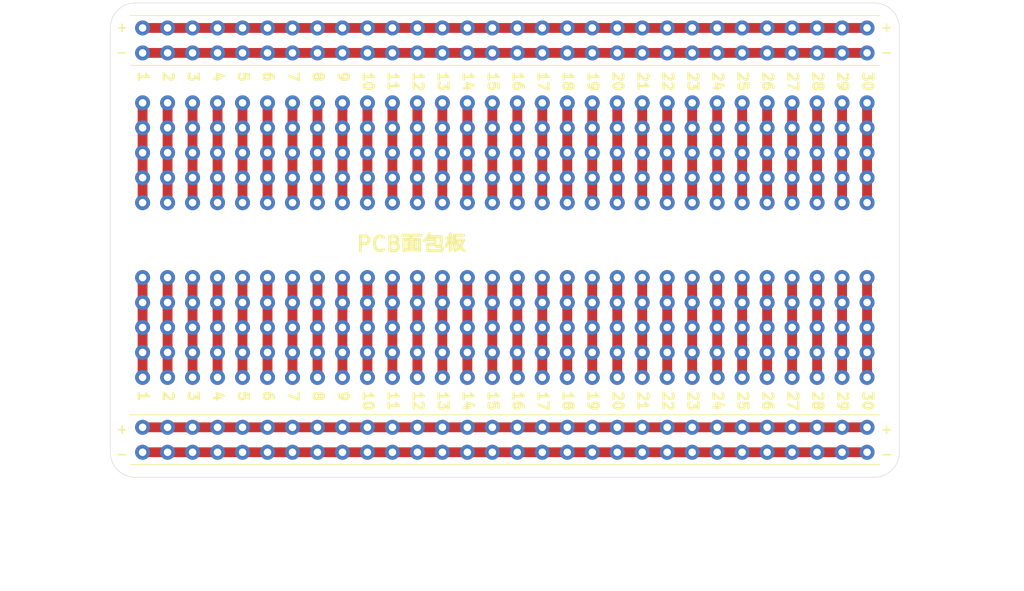
<source format=kicad_pcb>
(kicad_pcb (version 20240108) (generator "pcbnew") (generator_version "8.0")
  (layers (0 "F.Cu" signal) (31 "B.Cu" signal) (34 "B.Paste" user) (35 "F.Paste" user) (36 "B.SilkS" user "B.Silkscreen") (37 "F.SilkS" user "F.Silkscreen") (38 "B.Mask" user) (39 "F.Mask" user) (44 "Edge.Cuts" user))
  (net 0 "")
  (footprint "clipboard:f1908e26-8b60-4e90-9a35-fa57ace5eaad" (layer "F.Cu") (at 99.06 78.74)
    (property "Reference" "")
    (property "Value" "")
  )
  (footprint "clipboard:f1908e26-8b60-4e90-9a35-fa57ace5eaad" (layer "F.Cu") (at 157.48 96.52)
    (property "Reference" "")
    (property "Value" "")
  )
  (footprint "clipboard:f1908e26-8b60-4e90-9a35-fa57ace5eaad" (layer "F.Cu") (at 114.3 68.58)
    (property "Reference" "")
    (property "Value" "")
  )
  (footprint "clipboard:f1908e26-8b60-4e90-9a35-fa57ace5eaad" (layer "F.Cu") (at 101.6 76.2)
    (property "Reference" "")
    (property "Value" "")
  )
  (footprint "clipboard:f1908e26-8b60-4e90-9a35-fa57ace5eaad" (layer "F.Cu") (at 134.62 78.74)
    (property "Reference" "")
    (property "Value" "")
  )
  (footprint "clipboard:f1908e26-8b60-4e90-9a35-fa57ace5eaad" (layer "F.Cu") (at 109.22 91.44)
    (property "Reference" "")
    (property "Value" "")
  )
  (footprint "clipboard:f1908e26-8b60-4e90-9a35-fa57ace5eaad" (layer "F.Cu") (at 147.32 88.9)
    (property "Reference" "")
    (property "Value" "")
  )
  (footprint "clipboard:f1908e26-8b60-4e90-9a35-fa57ace5eaad" (layer "F.Cu") (at 129.54 96.52)
    (property "Reference" "")
    (property "Value" "")
  )
  (footprint "clipboard:f1908e26-8b60-4e90-9a35-fa57ace5eaad" (layer "F.Cu") (at 154.94 78.74)
    (property "Reference" "")
    (property "Value" "")
  )
  (footprint "clipboard:f1908e26-8b60-4e90-9a35-fa57ace5eaad" (layer "F.Cu") (at 144.78 104.14)
    (property "Reference" "")
    (property "Value" "")
  )
  (footprint "clipboard:f1908e26-8b60-4e90-9a35-fa57ace5eaad" (layer "F.Cu") (at 127 71.12)
    (property "Reference" "")
    (property "Value" "")
  )
  (footprint "clipboard:f1908e26-8b60-4e90-9a35-fa57ace5eaad" (layer "F.Cu") (at 96.52 86.36)
    (property "Reference" "")
    (property "Value" "")
  )
  (footprint "clipboard:f1908e26-8b60-4e90-9a35-fa57ace5eaad" (layer "F.Cu") (at 83.82 96.52)
    (property "Reference" "")
    (property "Value" "")
  )
  (footprint "clipboard:f1908e26-8b60-4e90-9a35-fa57ace5eaad" (layer "F.Cu") (at 106.68 73.66)
    (property "Reference" "")
    (property "Value" "")
  )
  (footprint "clipboard:f1908e26-8b60-4e90-9a35-fa57ace5eaad" (layer "F.Cu") (at 137.16 93.98)
    (property "Reference" "")
    (property "Value" "")
  )
  (footprint "clipboard:f1908e26-8b60-4e90-9a35-fa57ace5eaad" (layer "F.Cu") (at 96.52 76.2)
    (property "Reference" "")
    (property "Value" "")
  )
  (footprint "clipboard:f1908e26-8b60-4e90-9a35-fa57ace5eaad" (layer "F.Cu") (at 119.38 60.96)
    (property "Reference" "")
    (property "Value" "")
  )
  (footprint "clipboard:f1908e26-8b60-4e90-9a35-fa57ace5eaad" (layer "F.Cu") (at 111.76 104.14)
    (property "Reference" "")
    (property "Value" "")
  )
  (footprint "clipboard:f1908e26-8b60-4e90-9a35-fa57ace5eaad" (layer "F.Cu") (at 121.92 104.14)
    (property "Reference" "")
    (property "Value" "")
  )
  (footprint "clipboard:f1908e26-8b60-4e90-9a35-fa57ace5eaad" (layer "F.Cu") (at 96.52 71.12)
    (property "Reference" "")
    (property "Value" "")
  )
  (footprint "clipboard:f1908e26-8b60-4e90-9a35-fa57ace5eaad" (layer "F.Cu") (at 93.98 91.44)
    (property "Reference" "")
    (property "Value" "")
  )
  (footprint "clipboard:f1908e26-8b60-4e90-9a35-fa57ace5eaad" (layer "F.Cu") (at 134.62 73.66)
    (property "Reference" "")
    (property "Value" "")
  )
  (footprint "clipboard:f1908e26-8b60-4e90-9a35-fa57ace5eaad" (layer "F.Cu") (at 149.86 63.5)
    (property "Reference" "")
    (property "Value" "")
  )
  (footprint "clipboard:f1908e26-8b60-4e90-9a35-fa57ace5eaad" (layer "F.Cu") (at 86.36 101.6)
    (property "Reference" "")
    (property "Value" "")
  )
  (footprint "clipboard:f1908e26-8b60-4e90-9a35-fa57ace5eaad" (layer "F.Cu") (at 91.44 63.5)
    (property "Reference" "")
    (property "Value" "")
  )
  (footprint "clipboard:f1908e26-8b60-4e90-9a35-fa57ace5eaad" (layer "F.Cu") (at 121.92 86.36)
    (property "Reference" "")
    (property "Value" "")
  )
  (footprint "clipboard:f1908e26-8b60-4e90-9a35-fa57ace5eaad" (layer "F.Cu") (at 142.24 71.12)
    (property "Reference" "")
    (property "Value" "")
  )
  (footprint "clipboard:f1908e26-8b60-4e90-9a35-fa57ace5eaad" (layer "F.Cu") (at 101.6 86.36)
    (property "Reference" "")
    (property "Value" "")
  )
  (footprint "clipboard:f1908e26-8b60-4e90-9a35-fa57ace5eaad" (layer "F.Cu") (at 154.94 88.9)
    (property "Reference" "")
    (property "Value" "")
  )
  (footprint "clipboard:f1908e26-8b60-4e90-9a35-fa57ace5eaad" (layer "F.Cu") (at 116.84 71.12)
    (property "Reference" "")
    (property "Value" "")
  )
  (footprint "clipboard:f1908e26-8b60-4e90-9a35-fa57ace5eaad" (layer "F.Cu") (at 86.36 71.12)
    (property "Reference" "")
    (property "Value" "")
  )
  (footprint "clipboard:f1908e26-8b60-4e90-9a35-fa57ace5eaad" (layer "F.Cu") (at 83.82 101.6)
    (property "Reference" "")
    (property "Value" "")
  )
  (footprint "clipboard:f1908e26-8b60-4e90-9a35-fa57ace5eaad" (layer "F.Cu") (at 137.16 96.52)
    (property "Reference" "")
    (property "Value" "")
  )
  (footprint "clipboard:f1908e26-8b60-4e90-9a35-fa57ace5eaad" (layer "F.Cu") (at 104.14 104.14)
    (property "Reference" "")
    (property "Value" "")
  )
  (footprint "clipboard:f1908e26-8b60-4e90-9a35-fa57ace5eaad" (layer "F.Cu") (at 99.06 104.14)
    (property "Reference" "")
    (property "Value" "")
  )
  (footprint "clipboard:f1908e26-8b60-4e90-9a35-fa57ace5eaad" (layer "F.Cu") (at 119.38 88.9)
    (property "Reference" "")
    (property "Value" "")
  )
  (footprint "clipboard:f1908e26-8b60-4e90-9a35-fa57ace5eaad" (layer "F.Cu") (at 91.44 68.58)
    (property "Reference" "")
    (property "Value" "")
  )
  (footprint "clipboard:f1908e26-8b60-4e90-9a35-fa57ace5eaad" (layer "F.Cu") (at 83.82 73.66)
    (property "Reference" "")
    (property "Value" "")
  )
  (footprint "clipboard:f1908e26-8b60-4e90-9a35-fa57ace5eaad" (layer "F.Cu") (at 157.48 71.12)
    (property "Reference" "")
    (property "Value" "")
  )
  (footprint "clipboard:f1908e26-8b60-4e90-9a35-fa57ace5eaad" (layer "F.Cu") (at 132.08 76.2)
    (property "Reference" "")
    (property "Value" "")
  )
  (footprint "clipboard:f1908e26-8b60-4e90-9a35-fa57ace5eaad" (layer "F.Cu") (at 152.4 104.14)
    (property "Reference" "")
    (property "Value" "")
  )
  (footprint "clipboard:f1908e26-8b60-4e90-9a35-fa57ace5eaad" (layer "F.Cu") (at 154.94 91.44)
    (property "Reference" "")
    (property "Value" "")
  )
  (footprint "clipboard:f1908e26-8b60-4e90-9a35-fa57ace5eaad" (layer "F.Cu") (at 142.24 101.6)
    (property "Reference" "")
    (property "Value" "")
  )
  (footprint "clipboard:f1908e26-8b60-4e90-9a35-fa57ace5eaad" (layer "F.Cu") (at 96.52 60.96)
    (property "Reference" "")
    (property "Value" "")
  )
  (footprint "clipboard:f1908e26-8b60-4e90-9a35-fa57ace5eaad" (layer "F.Cu") (at 152.4 76.2)
    (property "Reference" "")
    (property "Value" "")
  )
  (footprint "clipboard:f1908e26-8b60-4e90-9a35-fa57ace5eaad" (layer "F.Cu") (at 99.06 71.12)
    (property "Reference" "")
    (property "Value" "")
  )
  (footprint "clipboard:f1908e26-8b60-4e90-9a35-fa57ace5eaad" (layer "F.Cu") (at 149.86 93.98)
    (property "Reference" "")
    (property "Value" "")
  )
  (footprint "clipboard:f1908e26-8b60-4e90-9a35-fa57ace5eaad" (layer "F.Cu") (at 104.14 78.74)
    (property "Reference" "")
    (property "Value" "")
  )
  (footprint "clipboard:f1908e26-8b60-4e90-9a35-fa57ace5eaad" (layer "F.Cu") (at 149.86 96.52)
    (property "Reference" "")
    (property "Value" "")
  )
  (footprint "clipboard:f1908e26-8b60-4e90-9a35-fa57ace5eaad" (layer "F.Cu") (at 88.9 91.44)
    (property "Reference" "")
    (property "Value" "")
  )
  (footprint "clipboard:f1908e26-8b60-4e90-9a35-fa57ace5eaad" (layer "F.Cu") (at 88.9 68.58)
    (property "Reference" "")
    (property "Value" "")
  )
  (footprint "clipboard:f1908e26-8b60-4e90-9a35-fa57ace5eaad" (layer "F.Cu") (at 114.3 88.9)
    (property "Reference" "")
    (property "Value" "")
  )
  (footprint "clipboard:f1908e26-8b60-4e90-9a35-fa57ace5eaad" (layer "F.Cu") (at 119.38 91.44)
    (property "Reference" "")
    (property "Value" "")
  )
  (footprint "clipboard:f1908e26-8b60-4e90-9a35-fa57ace5eaad" (layer "F.Cu") (at 139.7 60.96)
    (property "Reference" "")
    (property "Value" "")
  )
  (footprint "MountingHole:MountingHole_3.2mm_M3" (layer "F.Cu") (at 91.44 82.55)
    (property "Reference" "REF**" (hide yes))
    (property "Value" "MountingHole_3.2mm_M3")
  )
  (footprint "clipboard:f1908e26-8b60-4e90-9a35-fa57ace5eaad" (layer "F.Cu") (at 157.48 91.44)
    (property "Reference" "")
    (property "Value" "")
  )
  (footprint "clipboard:f1908e26-8b60-4e90-9a35-fa57ace5eaad" (layer "F.Cu") (at 139.7 73.66)
    (property "Reference" "")
    (property "Value" "")
  )
  (footprint "clipboard:f1908e26-8b60-4e90-9a35-fa57ace5eaad" (layer "F.Cu") (at 96.52 63.5)
    (property "Reference" "")
    (property "Value" "")
  )
  (footprint "clipboard:f1908e26-8b60-4e90-9a35-fa57ace5eaad" (layer "F.Cu") (at 86.36 91.44)
    (property "Reference" "")
    (property "Value" "")
  )
  (footprint "clipboard:f1908e26-8b60-4e90-9a35-fa57ace5eaad" (layer "F.Cu") (at 121.92 88.9)
    (property "Reference" "")
    (property "Value" "")
  )
  (footprint "clipboard:f1908e26-8b60-4e90-9a35-fa57ace5eaad" (layer "F.Cu") (at 93.98 101.6)
    (property "Reference" "")
    (property "Value" "")
  )
  (footprint "clipboard:f1908e26-8b60-4e90-9a35-fa57ace5eaad" (layer "F.Cu") (at 144.78 68.58)
    (property "Reference" "")
    (property "Value" "")
  )
  (footprint "clipboard:f1908e26-8b60-4e90-9a35-fa57ace5eaad" (layer "F.Cu") (at 127 73.66)
    (property "Reference" "")
    (property "Value" "")
  )
  (footprint "clipboard:f1908e26-8b60-4e90-9a35-fa57ace5eaad" (layer "F.Cu") (at 91.44 101.6)
    (property "Reference" "")
    (property "Value" "")
  )
  (footprint "clipboard:f1908e26-8b60-4e90-9a35-fa57ace5eaad" (layer "F.Cu") (at 137.16 91.44)
    (property "Reference" "")
    (property "Value" "")
  )
  (footprint "clipboard:f1908e26-8b60-4e90-9a35-fa57ace5eaad" (layer "F.Cu") (at 104.14 71.12)
    (property "Reference" "")
    (property "Value" "")
  )
  (footprint "clipboard:f1908e26-8b60-4e90-9a35-fa57ace5eaad" (layer "F.Cu") (at 93.98 88.9)
    (property "Reference" "")
    (property "Value" "")
  )
  (footprint "clipboard:f1908e26-8b60-4e90-9a35-fa57ace5eaad" (layer "F.Cu") (at 129.54 68.58)
    (property "Reference" "")
    (property "Value" "")
  )
  (footprint "clipboard:f1908e26-8b60-4e90-9a35-fa57ace5eaad" (layer "F.Cu") (at 96.52 96.52)
    (property "Reference" "")
    (property "Value" "")
  )
  (footprint "clipboard:f1908e26-8b60-4e90-9a35-fa57ace5eaad" (layer "F.Cu") (at 116.84 101.6)
    (property "Reference" "")
    (property "Value" "")
  )
  (footprint "clipboard:f1908e26-8b60-4e90-9a35-fa57ace5eaad" (layer "F.Cu") (at 93.98 86.36)
    (property "Reference" "")
    (property "Value" "")
  )
  (footprint "clipboard:f1908e26-8b60-4e90-9a35-fa57ace5eaad" (layer "F.Cu") (at 119.38 68.58)
    (property "Reference" "")
    (property "Value" "")
  )
  (footprint "clipboard:f1908e26-8b60-4e90-9a35-fa57ace5eaad" (layer "F.Cu") (at 104.14 63.5)
    (property "Reference" "")
    (property "Value" "")
  )
  (footprint "clipboard:f1908e26-8b60-4e90-9a35-fa57ace5eaad" (layer "F.Cu") (at 99.06 63.5)
    (property "Reference" "")
    (property "Value" "")
  )
  (footprint "clipboard:f1908e26-8b60-4e90-9a35-fa57ace5eaad" (layer "F.Cu") (at 134.62 63.5)
    (property "Reference" "")
    (property "Value" "")
  )
  (footprint "clipboard:f1908e26-8b60-4e90-9a35-fa57ace5eaad" (layer "F.Cu") (at 114.3 60.96)
    (property "Reference" "")
    (property "Value" "")
  )
  (footprint "clipboard:f1908e26-8b60-4e90-9a35-fa57ace5eaad" (layer "F.Cu") (at 104.14 73.66)
    (property "Reference" "")
    (property "Value" "")
  )
  (footprint "clipboard:f1908e26-8b60-4e90-9a35-fa57ace5eaad" (layer "F.Cu") (at 104.14 101.6)
    (property "Reference" "")
    (property "Value" "")
  )
  (footprint "clipboard:f1908e26-8b60-4e90-9a35-fa57ace5eaad" (layer "F.Cu") (at 147.32 73.66)
    (property "Reference" "")
    (property "Value" "")
  )
  (footprint "clipboard:f1908e26-8b60-4e90-9a35-fa57ace5eaad" (layer "F.Cu") (at 91.44 93.98)
    (property "Reference" "")
    (property "Value" "")
  )
  (footprint "clipboard:f1908e26-8b60-4e90-9a35-fa57ace5eaad" (layer "F.Cu") (at 129.54 73.66)
    (property "Reference" "")
    (property "Value" "")
  )
  (footprint "clipboard:f1908e26-8b60-4e90-9a35-fa57ace5eaad" (layer "F.Cu") (at 137.16 104.14)
    (property "Reference" "")
    (property "Value" "")
  )
  (footprint "clipboard:f1908e26-8b60-4e90-9a35-fa57ace5eaad" (layer "F.Cu") (at 88.9 93.98)
    (property "Reference" "")
    (property "Value" "")
  )
  (footprint "clipboard:f1908e26-8b60-4e90-9a35-fa57ace5eaad" (layer "F.Cu") (at 91.44 104.14)
    (property "Reference" "")
    (property "Value" "")
  )
  (footprint "clipboard:f1908e26-8b60-4e90-9a35-fa57ace5eaad" (layer "F.Cu") (at 157.48 86.36)
    (property "Reference" "")
    (property "Value" "")
  )
  (footprint "clipboard:f1908e26-8b60-4e90-9a35-fa57ace5eaad" (layer "F.Cu") (at 93.98 78.74)
    (property "Reference" "")
    (property "Value" "")
  )
  (footprint "clipboard:f1908e26-8b60-4e90-9a35-fa57ace5eaad" (layer "F.Cu") (at 96.52 101.6)
    (property "Reference" "")
    (property "Value" "")
  )
  (footprint "clipboard:f1908e26-8b60-4e90-9a35-fa57ace5eaad" (layer "F.Cu") (at 101.6 60.96)
    (property "Reference" "")
    (property "Value" "")
  )
  (footprint "clipboard:f1908e26-8b60-4e90-9a35-fa57ace5eaad" (layer "F.Cu") (at 114.3 78.74)
    (property "Reference" "")
    (property "Value" "")
  )
  (footprint "clipboard:f1908e26-8b60-4e90-9a35-fa57ace5eaad" (layer "F.Cu") (at 142.24 63.5)
    (property "Reference" "")
    (property "Value" "")
  )
  (footprint "clipboard:f1908e26-8b60-4e90-9a35-fa57ace5eaad" (layer "F.Cu") (at 137.16 68.58)
    (property "Reference" "")
    (property "Value" "")
  )
  (footprint "clipboard:f1908e26-8b60-4e90-9a35-fa57ace5eaad" (layer "F.Cu") (at 144.78 63.5)
    (property "Reference" "")
    (property "Value" "")
  )
  (footprint "clipboard:f1908e26-8b60-4e90-9a35-fa57ace5eaad" (layer "F.Cu") (at 147.32 63.5)
    (property "Reference" "")
    (property "Value" "")
  )
  (footprint "clipboard:f1908e26-8b60-4e90-9a35-fa57ace5eaad" (layer "F.Cu") (at 134.62 68.58)
    (property "Reference" "")
    (property "Value" "")
  )
  (footprint "clipboard:f1908e26-8b60-4e90-9a35-fa57ace5eaad" (layer "F.Cu") (at 129.54 104.14)
    (property "Reference" "")
    (property "Value" "")
  )
  (footprint "clipboard:f1908e26-8b60-4e90-9a35-fa57ace5eaad" (layer "F.Cu") (at 88.9 101.6)
    (property "Reference" "")
    (property "Value" "")
  )
  (footprint "clipboard:f1908e26-8b60-4e90-9a35-fa57ace5eaad" (layer "F.Cu") (at 99.06 68.58)
    (property "Reference" "")
    (property "Value" "")
  )
  (footprint "clipboard:f1908e26-8b60-4e90-9a35-fa57ace5eaad" (layer "F.Cu") (at 104.14 68.58)
    (property "Reference" "")
    (property "Value" "")
  )
  (footprint "clipboard:f1908e26-8b60-4e90-9a35-fa57ace5eaad" (layer "F.Cu") (at 106.68 63.5)
    (property "Reference" "")
    (property "Value" "")
  )
  (footprint "clipboard:f1908e26-8b60-4e90-9a35-fa57ace5eaad" (layer "F.Cu") (at 157.48 73.66)
    (property "Reference" "")
    (property "Value" "")
  )
  (footprint "clipboard:f1908e26-8b60-4e90-9a35-fa57ace5eaad" (layer "F.Cu") (at 127 93.98)
    (property "Reference" "")
    (property "Value" "")
  )
  (footprint "clipboard:f1908e26-8b60-4e90-9a35-fa57ace5eaad" (layer "F.Cu") (at 101.6 93.98)
    (property "Reference" "")
    (property "Value" "")
  )
  (footprint "clipboard:f1908e26-8b60-4e90-9a35-fa57ace5eaad" (layer "F.Cu") (at 139.7 68.58)
    (property "Reference" "")
    (property "Value" "")
  )
  (footprint "clipboard:f1908e26-8b60-4e90-9a35-fa57ace5eaad" (layer "F.Cu") (at 152.4 63.5)
    (property "Reference" "")
    (property "Value" "")
  )
  (footprint "clipboard:f1908e26-8b60-4e90-9a35-fa57ace5eaad" (layer "F.Cu") (at 147.32 76.2)
    (property "Reference" "")
    (property "Value" "")
  )
  (footprint "clipboard:f1908e26-8b60-4e90-9a35-fa57ace5eaad" (layer "F.Cu") (at 144.78 93.98)
    (property "Reference" "")
    (property "Value" "")
  )
  (footprint "clipboard:f1908e26-8b60-4e90-9a35-fa57ace5eaad" (layer "F.Cu") (at 111.76 78.74)
    (property "Reference" "")
    (property "Value" "")
  )
  (footprint "clipboard:f1908e26-8b60-4e90-9a35-fa57ace5eaad" (layer "F.Cu") (at 96.52 68.58)
    (property "Reference" "")
    (property "Value" "")
  )
  (footprint "clipboard:f1908e26-8b60-4e90-9a35-fa57ace5eaad" (layer "F.Cu") (at 154.94 63.5)
    (property "Reference" "")
    (property "Value" "")
  )
  (footprint "clipboard:f1908e26-8b60-4e90-9a35-fa57ace5eaad" (layer "F.Cu") (at 157.48 76.2)
    (property "Reference" "")
    (property "Value" "")
  )
  (footprint "clipboard:f1908e26-8b60-4e90-9a35-fa57ace5eaad" (layer "F.Cu") (at 152.4 71.12)
    (property "Reference" "")
    (property "Value" "")
  )
  (footprint "clipboard:f1908e26-8b60-4e90-9a35-fa57ace5eaad" (layer "F.Cu") (at 142.24 73.66)
    (property "Reference" "")
    (property "Value" "")
  )
  (footprint "clipboard:f1908e26-8b60-4e90-9a35-fa57ace5eaad" (layer "F.Cu") (at 106.68 93.98)
    (property "Reference" "")
    (property "Value" "")
  )
  (footprint "clipboard:f1908e26-8b60-4e90-9a35-fa57ace5eaad" (layer "F.Cu") (at 96.52 88.9)
    (property "Reference" "")
    (property "Value" "")
  )
  (footprint "clipboard:f1908e26-8b60-4e90-9a35-fa57ace5eaad" (layer "F.Cu") (at 152.4 78.74)
    (property "Reference" "")
    (property "Value" "")
  )
  (footprint "clipboard:f1908e26-8b60-4e90-9a35-fa57ace5eaad" (layer "F.Cu") (at 132.08 78.74)
    (property "Reference" "")
    (property "Value" "")
  )
  (footprint "clipboard:f1908e26-8b60-4e90-9a35-fa57ace5eaad" (layer "F.Cu") (at 127 104.14)
    (property "Reference" "")
    (property "Value" "")
  )
  (footprint "clipboard:f1908e26-8b60-4e90-9a35-fa57ace5eaad" (layer "F.Cu") (at 121.92 60.96)
    (property "Reference" "")
    (property "Value" "")
  )
  (footprint "clipboard:f1908e26-8b60-4e90-9a35-fa57ace5eaad" (layer "F.Cu") (at 139.7 78.74)
    (property "Reference" "")
    (property "Value" "")
  )
  (footprint "clipboard:f1908e26-8b60-4e90-9a35-fa57ace5eaad" (layer "F.Cu") (at 124.46 68.58)
    (property "Reference" "")
    (property "Value" "")
  )
  (footprint "clipboard:f1908e26-8b60-4e90-9a35-fa57ace5eaad" (layer "F.Cu") (at 157.48 60.96)
    (property "Reference" "")
    (property "Value" "")
  )
  (footprint "clipboard:f1908e26-8b60-4e90-9a35-fa57ace5eaad" (layer "F.Cu") (at 88.9 76.2)
    (property "Reference" "")
    (property "Value" "")
  )
  (footprint "clipboard:f1908e26-8b60-4e90-9a35-fa57ace5eaad" (layer "F.Cu") (at 139.7 93.98)
    (property "Reference" "")
    (property "Value" "")
  )
  (footprint "clipboard:f1908e26-8b60-4e90-9a35-fa57ace5eaad" (layer "F.Cu") (at 83.82 78.74)
    (property "Reference" "")
    (property "Value" "")
  )
  (footprint "clipboard:f1908e26-8b60-4e90-9a35-fa57ace5eaad" (layer "F.Cu") (at 88.9 71.12)
    (property "Reference" "")
    (property "Value" "")
  )
  (footprint "clipboard:f1908e26-8b60-4e90-9a35-fa57ace5eaad" (layer "F.Cu") (at 99.06 76.2)
    (property "Reference" "")
    (property "Value" "")
  )
  (footprint "clipboard:f1908e26-8b60-4e90-9a35-fa57ace5eaad" (layer "F.Cu") (at 144.78 101.6)
    (property "Reference" "")
    (property "Value" "")
  )
  (footprint "clipboard:f1908e26-8b60-4e90-9a35-fa57ace5eaad" (layer "F.Cu") (at 86.36 93.98)
    (property "Reference" "")
    (property "Value" "")
  )
  (footprint "clipboard:f1908e26-8b60-4e90-9a35-fa57ace5eaad" (layer "F.Cu") (at 127 96.52)
    (property "Reference" "")
    (property "Value" "")
  )
  (footprint "clipboard:f1908e26-8b60-4e90-9a35-fa57ace5eaad" (layer "F.Cu") (at 139.7 76.2)
    (property "Reference" "")
    (property "Value" "")
  )
  (footprint "clipboard:f1908e26-8b60-4e90-9a35-fa57ace5eaad" (layer "F.Cu") (at 109.22 96.52)
    (property "Reference" "")
    (property "Value" "")
  )
  (footprint "clipboard:f1908e26-8b60-4e90-9a35-fa57ace5eaad" (layer "F.Cu") (at 114.3 71.12)
    (property "Reference" "")
    (property "Value" "")
  )
  (footprint "clipboard:f1908e26-8b60-4e90-9a35-fa57ace5eaad" (layer "F.Cu") (at 152.4 60.96)
    (property "Reference" "")
    (property "Value" "")
  )
  (footprint "clipboard:f1908e26-8b60-4e90-9a35-fa57ace5eaad" (layer "F.Cu") (at 134.62 88.9)
    (property "Reference" "")
    (property "Value" "")
  )
  (footprint "clipboard:f1908e26-8b60-4e90-9a35-fa57ace5eaad" (layer "F.Cu") (at 111.76 71.12)
    (property "Reference" "")
    (property "Value" "")
  )
  (footprint "clipboard:f1908e26-8b60-4e90-9a35-fa57ace5eaad" (layer "F.Cu") (at 101.6 73.66)
    (property "Reference" "")
    (property "Value" "")
  )
  (footprint "clipboard:f1908e26-8b60-4e90-9a35-fa57ace5eaad" (layer "F.Cu") (at 139.7 101.6)
    (property "Reference" "")
    (property "Value" "")
  )
  (footprint "clipboard:f1908e26-8b60-4e90-9a35-fa57ace5eaad" (layer "F.Cu") (at 134.62 91.44)
    (property "Reference" "")
    (property "Value" "")
  )
  (footprint "clipboard:f1908e26-8b60-4e90-9a35-fa57ace5eaad" (layer "F.Cu") (at 127 88.9)
    (property "Reference" "")
    (property "Value" "")
  )
  (footprint "clipboard:f1908e26-8b60-4e90-9a35-fa57ace5eaad" (layer "F.Cu") (at 106.68 76.2)
    (property "Reference" "")
    (property "Value" "")
  )
  (footprint "clipboard:f1908e26-8b60-4e90-9a35-fa57ace5eaad" (layer "F.Cu") (at 121.92 93.98)
    (property "Reference" "")
    (property "Value" "")
  )
  (footprint "clipboard:f1908e26-8b60-4e90-9a35-fa57ace5eaad" (layer "F.Cu") (at 116.84 93.98)
    (property "Reference" "")
    (property "Value" "")
  )
  (footprint "clipboard:f1908e26-8b60-4e90-9a35-fa57ace5eaad" (layer "F.Cu") (at 137.16 86.36)
    (property "Reference" "")
    (property "Value" "")
  )
  (footprint "clipboard:f1908e26-8b60-4e90-9a35-fa57ace5eaad" (layer "F.Cu") (at 99.06 60.96)
    (property "Reference" "")
    (property "Value" "")
  )
  (footprint "clipboard:f1908e26-8b60-4e90-9a35-fa57ace5eaad" (layer "F.Cu") (at 119.38 73.66)
    (property "Reference" "")
    (property "Value" "")
  )
  (footprint "clipboard:f1908e26-8b60-4e90-9a35-fa57ace5eaad" (layer "F.Cu") (at 119.38 101.6)
    (property "Reference" "")
    (property "Value" "")
  )
  (footprint "clipboard:f1908e26-8b60-4e90-9a35-fa57ace5eaad" (layer "F.Cu") (at 119.38 78.74)
    (property "Reference" "")
    (property "Value" "")
  )
  (footprint "clipboard:f1908e26-8b60-4e90-9a35-fa57ace5eaad" (layer "F.Cu") (at 111.76 86.36)
    (property "Reference" "")
    (property "Value" "")
  )
  (footprint "clipboard:f1908e26-8b60-4e90-9a35-fa57ace5eaad" (layer "F.Cu") (at 116.84 96.52)
    (property "Reference" "")
    (property "Value" "")
  )
  (footprint "clipboard:f1908e26-8b60-4e90-9a35-fa57ace5eaad" (layer "F.Cu") (at 129.54 88.9)
    (property "Reference" "")
    (property "Value" "")
  )
  (footprint "clipboard:f1908e26-8b60-4e90-9a35-fa57ace5eaad" (layer "F.Cu") (at 154.94 101.6)
    (property "Reference" "")
    (property "Value" "")
  )
  (footprint "clipboard:f1908e26-8b60-4e90-9a35-fa57ace5eaad" (layer "F.Cu") (at 144.78 88.9)
    (property "Reference" "")
    (property "Value" "")
  )
  (footprint "clipboard:f1908e26-8b60-4e90-9a35-fa57ace5eaad" (layer "F.Cu") (at 88.9 60.96)
    (property "Reference" "")
    (property "Value" "")
  )
  (footprint "clipboard:f1908e26-8b60-4e90-9a35-fa57ace5eaad" (layer "F.Cu") (at 101.6 68.58)
    (property "Reference" "")
    (property "Value" "")
  )
  (footprint "clipboard:f1908e26-8b60-4e90-9a35-fa57ace5eaad" (layer "F.Cu") (at 91.44 73.66)
    (property "Reference" "")
    (property "Value" "")
  )
  (footprint "clipboard:f1908e26-8b60-4e90-9a35-fa57ace5eaad" (layer "F.Cu") (at 157.48 78.74)
    (property "Reference" "")
    (property "Value" "")
  )
  (footprint "clipboard:f1908e26-8b60-4e90-9a35-fa57ace5eaad" (layer "F.Cu") (at 132.08 73.66)
    (property "Reference" "")
    (property "Value" "")
  )
  (footprint "clipboard:f1908e26-8b60-4e90-9a35-fa57ace5eaad" (layer "F.Cu") (at 109.22 78.74)
    (property "Reference" "")
    (property "Value" "")
  )
  (footprint "clipboard:f1908e26-8b60-4e90-9a35-fa57ace5eaad" (layer "F.Cu") (at 149.86 101.6)
    (property "Reference" "")
    (property "Value" "")
  )
  (footprint "clipboard:f1908e26-8b60-4e90-9a35-fa57ace5eaad" (layer "F.Cu") (at 83.82 86.36)
    (property "Reference" "")
    (property "Value" "")
  )
  (footprint "clipboard:f1908e26-8b60-4e90-9a35-fa57ace5eaad" (layer "F.Cu") (at 93.98 60.96)
    (property "Reference" "")
    (property "Value" "")
  )
  (footprint "clipboard:f1908e26-8b60-4e90-9a35-fa57ace5eaad" (layer "F.Cu") (at 139.7 91.44)
    (property "Reference" "")
    (property "Value" "")
  )
  (footprint "clipboard:f1908e26-8b60-4e90-9a35-fa57ace5eaad" (layer "F.Cu") (at 134.62 93.98)
    (property "Reference" "")
    (property "Value" "")
  )
  (footprint "clipboard:f1908e26-8b60-4e90-9a35-fa57ace5eaad" (layer "F.Cu") (at 152.4 73.66)
    (property "Reference" "")
    (property "Value" "")
  )
  (footprint "clipboard:f1908e26-8b60-4e90-9a35-fa57ace5eaad" (layer "F.Cu") (at 114.3 93.98)
    (property "Reference" "")
    (property "Value" "")
  )
  (footprint "clipboard:f1908e26-8b60-4e90-9a35-fa57ace5eaad" (layer "F.Cu") (at 116.84 86.36)
    (property "Reference" "")
    (property "Value" "")
  )
  (footprint "clipboard:f1908e26-8b60-4e90-9a35-fa57ace5eaad" (layer "F.Cu") (at 144.78 78.74)
    (property "Reference" "")
    (property "Value" "")
  )
  (footprint "clipboard:f1908e26-8b60-4e90-9a35-fa57ace5eaad" (layer "F.Cu") (at 121.92 78.74)
    (property "Reference" "")
    (property "Value" "")
  )
  (footprint "clipboard:f1908e26-8b60-4e90-9a35-fa57ace5eaad" (layer "F.Cu") (at 124.46 96.52)
    (property "Reference" "")
    (property "Value" "")
  )
  (footprint "clipboard:f1908e26-8b60-4e90-9a35-fa57ace5eaad" (layer "F.Cu") (at 86.36 86.36)
    (property "Reference" "")
    (property "Value" "")
  )
  (footprint "clipboard:f1908e26-8b60-4e90-9a35-fa57ace5eaad" (layer "F.Cu") (at 111.76 76.2)
    (property "Reference" "")
    (property "Value" "")
  )
  (footprint "clipboard:f1908e26-8b60-4e90-9a35-fa57ace5eaad" (layer "F.Cu") (at 99.06 73.66)
    (property "Reference" "")
    (property "Value" "")
  )
  (footprint "clipboard:f1908e26-8b60-4e90-9a35-fa57ace5eaad" (layer "F.Cu") (at 106.68 78.74)
    (property "Reference" "")
    (property "Value" "")
  )
  (footprint "clipboard:f1908e26-8b60-4e90-9a35-fa57ace5eaad" (layer "F.Cu") (at 121.92 101.6)
    (property "Reference" "")
    (property "Value" "")
  )
  (footprint "clipboard:f1908e26-8b60-4e90-9a35-fa57ace5eaad" (layer "F.Cu") (at 116.84 73.66)
    (property "Reference" "")
    (property "Value" "")
  )
  (footprint "clipboard:f1908e26-8b60-4e90-9a35-fa57ace5eaad" (layer "F.Cu") (at 116.84 91.44)
    (property "Reference" "")
    (property "Value" "")
  )
  (footprint "clipboard:f1908e26-8b60-4e90-9a35-fa57ace5eaad" (layer "F.Cu") (at 154.94 86.36)
    (property "Reference" "")
    (property "Value" "")
  )
  (footprint "clipboard:f1908e26-8b60-4e90-9a35-fa57ace5eaad" (layer "F.Cu") (at 142.24 76.2)
    (property "Reference" "")
    (property "Value" "")
  )
  (footprint "clipboard:f1908e26-8b60-4e90-9a35-fa57ace5eaad" (layer "F.Cu") (at 91.44 60.96)
    (property "Reference" "")
    (property "Value" "")
  )
  (footprint "clipboard:f1908e26-8b60-4e90-9a35-fa57ace5eaad" (layer "F.Cu") (at 142.24 91.44)
    (property "Reference" "")
    (property "Value" "")
  )
  (footprint "clipboard:f1908e26-8b60-4e90-9a35-fa57ace5eaad" (layer "F.Cu") (at 144.78 71.12)
    (property "Reference" "")
    (property "Value" "")
  )
  (footprint "clipboard:f1908e26-8b60-4e90-9a35-fa57ace5eaad" (layer "F.Cu") (at 111.76 91.44)
    (property "Reference" "")
    (property "Value" "")
  )
  (footprint "clipboard:f1908e26-8b60-4e90-9a35-fa57ace5eaad" (layer "F.Cu") (at 104.14 93.98)
    (property "Reference" "")
    (property "Value" "")
  )
  (footprint "clipboard:f1908e26-8b60-4e90-9a35-fa57ace5eaad" (layer "F.Cu") (at 154.94 93.98)
    (property "Reference" "")
    (property "Value" "")
  )
  (footprint "clipboard:f1908e26-8b60-4e90-9a35-fa57ace5eaad" (layer "F.Cu") (at 129.54 93.98)
    (property "Reference" "")
    (property "Value" "")
  )
  (footprint "clipboard:f1908e26-8b60-4e90-9a35-fa57ace5eaad" (layer "F.Cu") (at 127 63.5)
    (property "Reference" "")
    (property "Value" "")
  )
  (footprint "clipboard:f1908e26-8b60-4e90-9a35-fa57ace5eaad" (layer "F.Cu") (at 134.62 96.52)
    (property "Reference" "")
    (property "Value" "")
  )
  (footprint "clipboard:f1908e26-8b60-4e90-9a35-fa57ace5eaad" (layer "F.Cu") (at 129.54 91.44)
    (property "Reference" "")
    (property "Value" "")
  )
  (footprint "clipboard:f1908e26-8b60-4e90-9a35-fa57ace5eaad" (layer "F.Cu") (at 129.54 78.74)
    (property "Reference" "")
    (property "Value" "")
  )
  (footprint "clipboard:f1908e26-8b60-4e90-9a35-fa57ace5eaad" (layer "F.Cu") (at 142.24 86.36)
    (property "Reference" "")
    (property "Value" "")
  )
  (footprint "clipboard:f1908e26-8b60-4e90-9a35-fa57ace5eaad" (layer "F.Cu") (at 154.94 73.66)
    (property "Reference" "")
    (property "Value" "")
  )
  (footprint "clipboard:f1908e26-8b60-4e90-9a35-fa57ace5eaad" (layer "F.Cu") (at 124.46 101.6)
    (property "Reference" "")
    (property "Value" "")
  )
  (footprint "clipboard:f1908e26-8b60-4e90-9a35-fa57ace5eaad" (layer "F.Cu") (at 142.24 93.98)
    (property "Reference" "")
    (property "Value" "")
  )
  (footprint "clipboard:f1908e26-8b60-4e90-9a35-fa57ace5eaad" (layer "F.Cu") (at 83.82 91.44)
    (property "Reference" "")
    (property "Value" "")
  )
  (footprint "clipboard:f1908e26-8b60-4e90-9a35-fa57ace5eaad" (layer "F.Cu") (at 119.38 86.36)
    (property "Reference" "")
    (property "Value" "")
  )
  (footprint "clipboard:f1908e26-8b60-4e90-9a35-fa57ace5eaad" (layer "F.Cu") (at 83.82 104.14)
    (property "Reference" "")
    (property "Value" "")
  )
  (footprint "clipboard:f1908e26-8b60-4e90-9a35-fa57ace5eaad" (layer "F.Cu") (at 137.16 60.96)
    (property "Reference" "")
    (property "Value" "")
  )
  (footprint "clipboard:f1908e26-8b60-4e90-9a35-fa57ace5eaad" (layer "F.Cu") (at 127 76.2)
    (property "Reference" "")
    (property "Value" "")
  )
  (footprint "clipboard:f1908e26-8b60-4e90-9a35-fa57ace5eaad" (layer "F.Cu") (at 101.6 63.5)
    (property "Reference" "")
    (property "Value" "")
  )
  (footprint "clipboard:f1908e26-8b60-4e90-9a35-fa57ace5eaad" (layer "F.Cu") (at 154.94 60.96)
    (property "Reference" "")
    (property "Value" "")
  )
  (footprint "clipboard:f1908e26-8b60-4e90-9a35-fa57ace5eaad" (layer "F.Cu") (at 124.46 60.96)
    (property "Reference" "")
    (property "Value" "")
  )
  (footprint "clipboard:f1908e26-8b60-4e90-9a35-fa57ace5eaad" (layer "F.Cu") (at 124.46 86.36)
    (property "Reference" "")
    (property "Value" "")
  )
  (footprint "clipboard:f1908e26-8b60-4e90-9a35-fa57ace5eaad" (layer "F.Cu") (at 101.6 78.74)
    (property "Reference" "")
    (property "Value" "")
  )
  (footprint "clipboard:f1908e26-8b60-4e90-9a35-fa57ace5eaad" (layer "F.Cu") (at 91.44 76.2)
    (property "Reference" "")
    (property "Value" "")
  )
  (footprint "clipboard:f1908e26-8b60-4e90-9a35-fa57ace5eaad" (layer "F.Cu") (at 106.68 68.58)
    (property "Reference" "")
    (property "Value" "")
  )
  (footprint "clipboard:f1908e26-8b60-4e90-9a35-fa57ace5eaad" (layer "F.Cu") (at 149.86 91.44)
    (property "Reference" "")
    (property "Value" "")
  )
  (footprint "clipboard:f1908e26-8b60-4e90-9a35-fa57ace5eaad" (layer "F.Cu") (at 157.48 63.5)
    (property "Reference" "")
    (property "Value" "")
  )
  (footprint "clipboard:f1908e26-8b60-4e90-9a35-fa57ace5eaad" (layer "F.Cu") (at 86.36 88.9)
    (property "Reference" "")
    (property "Value" "")
  )
  (footprint "MountingHole:MountingHole_3.2mm_M3" (layer "F.Cu") (at 149.86 82.55)
    (property "Reference" "REF**" (hide yes))
    (property "Value" "MountingHole_3.2mm_M3")
  )
  (footprint "clipboard:f1908e26-8b60-4e90-9a35-fa57ace5eaad" (layer "F.Cu") (at 109.22 68.58)
    (property "Reference" "")
    (property "Value" "")
  )
  (footprint "clipboard:f1908e26-8b60-4e90-9a35-fa57ace5eaad" (layer "F.Cu") (at 111.76 63.5)
    (property "Reference" "")
    (property "Value" "")
  )
  (footprint "clipboard:f1908e26-8b60-4e90-9a35-fa57ace5eaad" (layer "F.Cu") (at 88.9 78.74)
    (property "Reference" "")
    (property "Value" "")
  )
  (footprint "clipboard:f1908e26-8b60-4e90-9a35-fa57ace5eaad" (layer "F.Cu") (at 129.54 60.96)
    (property "Reference" "")
    (property "Value" "")
  )
  (footprint "clipboard:f1908e26-8b60-4e90-9a35-fa57ace5eaad" (layer "F.Cu") (at 121.92 76.2)
    (property "Reference" "")
    (property "Value" "")
  )
  (footprint "clipboard:f1908e26-8b60-4e90-9a35-fa57ace5eaad" (layer "F.Cu") (at 106.68 71.12)
    (property "Reference" "")
    (property "Value" "")
  )
  (footprint "clipboard:f1908e26-8b60-4e90-9a35-fa57ace5eaad" (layer "F.Cu") (at 93.98 93.98)
    (property "Reference" "")
    (property "Value" "")
  )
  (footprint "clipboard:f1908e26-8b60-4e90-9a35-fa57ace5eaad" (layer "F.Cu") (at 124.46 76.2)
    (property "Reference" "")
    (property "Value" "")
  )
  (footprint "clipboard:f1908e26-8b60-4e90-9a35-fa57ace5eaad" (layer "F.Cu") (at 114.3 96.52)
    (property "Reference" "")
    (property "Value" "")
  )
  (footprint "clipboard:f1908e26-8b60-4e90-9a35-fa57ace5eaad" (layer "F.Cu") (at 149.86 104.14)
    (property "Reference" "")
    (property "Value" "")
  )
  (footprint "clipboard:f1908e26-8b60-4e90-9a35-fa57ace5eaad" (layer "F.Cu") (at 132.08 63.5)
    (property "Reference" "")
    (property "Value" "")
  )
  (footprint "clipboard:f1908e26-8b60-4e90-9a35-fa57ace5eaad" (layer "F.Cu") (at 144.78 91.44)
    (property "Reference" "")
    (property "Value" "")
  )
  (footprint "clipboard:f1908e26-8b60-4e90-9a35-fa57ace5eaad" (layer "F.Cu") (at 142.24 60.96)
    (property "Reference" "")
    (property "Value" "")
  )
  (footprint "clipboard:f1908e26-8b60-4e90-9a35-fa57ace5eaad" (layer "F.Cu") (at 124.46 104.14)
    (property "Reference" "")
    (property "Value" "")
  )
  (footprint "clipboard:f1908e26-8b60-4e90-9a35-fa57ace5eaad" (layer "F.Cu") (at 127 68.58)
    (property "Reference" "")
    (property "Value" "")
  )
  (footprint "clipboard:f1908e26-8b60-4e90-9a35-fa57ace5eaad" (layer "F.Cu") (at 114.3 104.14)
    (property "Reference" "")
    (property "Value" "")
  )
  (footprint "clipboard:f1908e26-8b60-4e90-9a35-fa57ace5eaad" (layer "F.Cu") (at 86.36 68.58)
    (property "Reference" "")
    (property "Value" "")
  )
  (footprint "clipboard:f1908e26-8b60-4e90-9a35-fa57ace5eaad" (layer "F.Cu") (at 86.36 63.5)
    (property "Reference" "")
    (property "Value" "")
  )
  (footprint "clipboard:f1908e26-8b60-4e90-9a35-fa57ace5eaad" (layer "F.Cu") (at 101.6 96.52)
    (property "Reference" "")
    (property "Value" "")
  )
  (footprint "clipboard:f1908e26-8b60-4e90-9a35-fa57ace5eaad" (layer "F.Cu") (at 154.94 71.12)
    (property "Reference" "")
    (property "Value" "")
  )
  (footprint "clipboard:f1908e26-8b60-4e90-9a35-fa57ace5eaad" (layer "F.Cu") (at 154.94 68.58)
    (property "Reference" "")
    (property "Value" "")
  )
  (footprint "clipboard:f1908e26-8b60-4e90-9a35-fa57ace5eaad" (layer "F.Cu") (at 86.36 76.2)
    (property "Reference" "")
    (property "Value" "")
  )
  (footprint "clipboard:f1908e26-8b60-4e90-9a35-fa57ace5eaad" (layer "F.Cu") (at 96.52 73.66)
    (property "Reference" "")
    (property "Value" "")
  )
  (footprint "clipboard:f1908e26-8b60-4e90-9a35-fa57ace5eaad" (layer "F.Cu") (at 109.22 71.12)
    (property "Reference" "")
    (property "Value" "")
  )
  (footprint "clipboard:f1908e26-8b60-4e90-9a35-fa57ace5eaad" (layer "F.Cu") (at 127 78.74)
    (property "Reference" "")
    (property "Value" "")
  )
  (footprint "clipboard:f1908e26-8b60-4e90-9a35-fa57ace5eaad" (layer "F.Cu") (at 147.32 104.14)
    (property "Reference" "")
    (property "Value" "")
  )
  (footprint "clipboard:f1908e26-8b60-4e90-9a35-fa57ace5eaad" (layer "F.Cu") (at 93.98 68.58)
    (property "Reference" "")
    (property "Value" "")
  )
  (footprint "clipboard:f1908e26-8b60-4e90-9a35-fa57ace5eaad" (layer "F.Cu") (at 99.06 86.36)
    (property "Reference" "")
    (property "Value" "")
  )
  (footprint "clipboard:f1908e26-8b60-4e90-9a35-fa57ace5eaad" (layer "F.Cu") (at 116.84 60.96)
    (property "Reference" "")
    (property "Value" "")
  )
  (footprint "clipboard:f1908e26-8b60-4e90-9a35-fa57ace5eaad" (layer "F.Cu") (at 91.44 96.52)
    (property "Reference" "")
    (property "Value" "")
  )
  (footprint "clipboard:f1908e26-8b60-4e90-9a35-fa57ace5eaad" (layer "F.Cu") (at 132.08 60.96)
    (property "Reference" "")
    (property "Value" "")
  )
  (footprint "clipboard:f1908e26-8b60-4e90-9a35-fa57ace5eaad" (layer "F.Cu") (at 152.4 101.6)
    (property "Reference" "")
    (property "Value" "")
  )
  (footprint "clipboard:f1908e26-8b60-4e90-9a35-fa57ace5eaad" (layer "F.Cu") (at 157.48 88.9)
    (property "Reference" "")
    (property "Value" "")
  )
  (footprint "clipboard:f1908e26-8b60-4e90-9a35-fa57ace5eaad" (layer "F.Cu") (at 124.46 73.66)
    (property "Reference" "")
    (property "Value" "")
  )
  (footprint "clipboard:f1908e26-8b60-4e90-9a35-fa57ace5eaad" (layer "F.Cu") (at 119.38 96.52)
    (property "Reference" "")
    (property "Value" "")
  )
  (footprint "clipboard:f1908e26-8b60-4e90-9a35-fa57ace5eaad" (layer "F.Cu") (at 93.98 63.5)
    (property "Reference" "")
    (property "Value" "")
  )
  (footprint "clipboard:f1908e26-8b60-4e90-9a35-fa57ace5eaad" (layer "F.Cu") (at 114.3 86.36)
    (property "Reference" "")
    (property "Value" "")
  )
  (footprint "clipboard:f1908e26-8b60-4e90-9a35-fa57ace5eaad" (layer "F.Cu") (at 83.82 88.9)
    (property "Reference" "")
    (property "Value" "")
  )
  (footprint "clipboard:f1908e26-8b60-4e90-9a35-fa57ace5eaad" (layer "F.Cu") (at 88.9 96.52)
    (property "Reference" "")
    (property "Value" "")
  )
  (footprint "clipboard:f1908e26-8b60-4e90-9a35-fa57ace5eaad" (layer "F.Cu") (at 134.62 101.6)
    (property "Reference" "")
    (property "Value" "")
  )
  (footprint "clipboard:f1908e26-8b60-4e90-9a35-fa57ace5eaad" (layer "F.Cu") (at 106.68 96.52)
    (property "Reference" "")
    (property "Value" "")
  )
  (footprint "clipboard:f1908e26-8b60-4e90-9a35-fa57ace5eaad" (layer "F.Cu") (at 124.46 93.98)
    (property "Reference" "")
    (property "Value" "")
  )
  (footprint "clipboard:f1908e26-8b60-4e90-9a35-fa57ace5eaad" (layer "F.Cu") (at 119.38 71.12)
    (property "Reference" "")
    (property "Value" "")
  )
  (footprint "clipboard:f1908e26-8b60-4e90-9a35-fa57ace5eaad" (layer "F.Cu") (at 101.6 104.14)
    (property "Reference" "")
    (property "Value" "")
  )
  (footprint "clipboard:f1908e26-8b60-4e90-9a35-fa57ace5eaad" (layer "F.Cu") (at 157.48 104.14)
    (property "Reference" "")
    (property "Value" "")
  )
  (footprint "clipboard:f1908e26-8b60-4e90-9a35-fa57ace5eaad" (layer "F.Cu") (at 152.4 68.58)
    (property "Reference" "")
    (property "Value" "")
  )
  (footprint "clipboard:f1908e26-8b60-4e90-9a35-fa57ace5eaad" (layer "F.Cu") (at 132.08 68.58)
    (property "Reference" "")
    (property "Value" "")
  )
  (footprint "clipboard:f1908e26-8b60-4e90-9a35-fa57ace5eaad" (layer "F.Cu") (at 129.54 101.6)
    (property "Reference" "")
    (property "Value" "")
  )
  (footprint "clipboard:f1908e26-8b60-4e90-9a35-fa57ace5eaad" (layer "F.Cu") (at 119.38 63.5)
    (property "Reference" "")
    (property "Value" "")
  )
  (footprint "clipboard:f1908e26-8b60-4e90-9a35-fa57ace5eaad" (layer "F.Cu") (at 86.36 60.96)
    (property "Reference" "")
    (property "Value" "")
  )
  (footprint "clipboard:f1908e26-8b60-4e90-9a35-fa57ace5eaad" (layer "F.Cu") (at 137.16 76.2)
    (property "Reference" "")
    (property "Value" "")
  )
  (footprint "clipboard:f1908e26-8b60-4e90-9a35-fa57ace5eaad" (layer "F.Cu") (at 93.98 73.66)
    (property "Reference" "")
    (property "Value" "")
  )
  (footprint "clipboard:f1908e26-8b60-4e90-9a35-fa57ace5eaad" (layer "F.Cu") (at 152.4 96.52)
    (property "Reference" "")
    (property "Value" "")
  )
  (footprint "clipboard:f1908e26-8b60-4e90-9a35-fa57ace5eaad" (layer "F.Cu") (at 147.32 68.58)
    (property "Reference" "")
    (property "Value" "")
  )
  (footprint "clipboard:f1908e26-8b60-4e90-9a35-fa57ace5eaad" (layer "F.Cu") (at 114.3 91.44)
    (property "Reference" "")
    (property "Value" "")
  )
  (footprint "clipboard:f1908e26-8b60-4e90-9a35-fa57ace5eaad" (layer "F.Cu") (at 93.98 71.12)
    (property "Reference" "")
    (property "Value" "")
  )
  (footprint "clipboard:f1908e26-8b60-4e90-9a35-fa57ace5eaad" (layer "F.Cu") (at 116.84 68.58)
    (property "Reference" "")
    (property "Value" "")
  )
  (footprint "clipboard:f1908e26-8b60-4e90-9a35-fa57ace5eaad" (layer "F.Cu") (at 149.86 68.58)
    (property "Reference" "")
    (property "Value" "")
  )
  (footprint "clipboard:f1908e26-8b60-4e90-9a35-fa57ace5eaad" (layer "F.Cu") (at 88.9 88.9)
    (property "Reference" "")
    (property "Value" "")
  )
  (footprint "clipboard:f1908e26-8b60-4e90-9a35-fa57ace5eaad" (layer "F.Cu") (at 132.08 96.52)
    (property "Reference" "")
    (property "Value" "")
  )
  (footprint "clipboard:f1908e26-8b60-4e90-9a35-fa57ace5eaad" (layer "F.Cu") (at 91.44 86.36)
    (property "Reference" "")
    (property "Value" "")
  )
  (footprint "clipboard:f1908e26-8b60-4e90-9a35-fa57ace5eaad" (layer "F.Cu") (at 106.68 91.44)
    (property "Reference" "")
    (property "Value" "")
  )
  (footprint "clipboard:f1908e26-8b60-4e90-9a35-fa57ace5eaad" (layer "F.Cu") (at 111.76 73.66)
    (property "Reference" "")
    (property "Value" "")
  )
  (footprint "clipboard:f1908e26-8b60-4e90-9a35-fa57ace5eaad" (layer "F.Cu") (at 144.78 76.2)
    (property "Reference" "")
    (property "Value" "")
  )
  (footprint "clipboard:f1908e26-8b60-4e90-9a35-fa57ace5eaad" (layer "F.Cu") (at 124.46 63.5)
    (property "Reference" "")
    (property "Value" "")
  )
  (footprint "clipboard:f1908e26-8b60-4e90-9a35-fa57ace5eaad" (layer "F.Cu") (at 106.68 101.6)
    (property "Reference" "")
    (property "Value" "")
  )
  (footprint "clipboard:f1908e26-8b60-4e90-9a35-fa57ace5eaad" (layer "F.Cu") (at 83.82 63.5)
    (property "Reference" "")
    (property "Value" "")
  )
  (footprint "clipboard:f1908e26-8b60-4e90-9a35-fa57ace5eaad" (layer "F.Cu") (at 104.14 88.9)
    (property "Reference" "")
    (property "Value" "")
  )
  (footprint "clipboard:f1908e26-8b60-4e90-9a35-fa57ace5eaad" (layer "F.Cu") (at 157.48 68.58)
    (property "Reference" "")
    (property "Value" "")
  )
  (footprint "clipboard:f1908e26-8b60-4e90-9a35-fa57ace5eaad" (layer "F.Cu") (at 137.16 88.9)
    (property "Reference" "")
    (property "Value" "")
  )
  (footprint "clipboard:f1908e26-8b60-4e90-9a35-fa57ace5eaad" (layer "F.Cu") (at 147.32 71.12)
    (property "Reference" "")
    (property "Value" "")
  )
  (footprint "clipboard:f1908e26-8b60-4e90-9a35-fa57ace5eaad" (layer "F.Cu") (at 124.46 71.12)
    (property "Reference" "")
    (property "Value" "")
  )
  (footprint "clipboard:f1908e26-8b60-4e90-9a35-fa57ace5eaad" (layer "F.Cu") (at 149.86 86.36)
    (property "Reference" "")
    (property "Value" "")
  )
  (footprint "clipboard:f1908e26-8b60-4e90-9a35-fa57ace5eaad" (layer "F.Cu") (at 149.86 76.2)
    (property "Reference" "")
    (property "Value" "")
  )
  (footprint "clipboard:f1908e26-8b60-4e90-9a35-fa57ace5eaad" (layer "F.Cu") (at 88.9 73.66)
    (property "Reference" "")
    (property "Value" "")
  )
  (footprint "clipboard:f1908e26-8b60-4e90-9a35-fa57ace5eaad" (layer "F.Cu") (at 127 101.6)
    (property "Reference" "")
    (property "Value" "")
  )
  (footprint "clipboard:f1908e26-8b60-4e90-9a35-fa57ace5eaad" (layer "F.Cu") (at 106.68 86.36)
    (property "Reference" "")
    (property "Value" "")
  )
  (footprint "clipboard:f1908e26-8b60-4e90-9a35-fa57ace5eaad" (layer "F.Cu") (at 93.98 96.52)
    (property "Reference" "")
    (property "Value" "")
  )
  (footprint "clipboard:f1908e26-8b60-4e90-9a35-fa57ace5eaad" (layer "F.Cu") (at 127 60.96)
    (property "Reference" "")
    (property "Value" "")
  )
  (footprint "clipboard:f1908e26-8b60-4e90-9a35-fa57ace5eaad" (layer "F.Cu") (at 91.44 88.9)
    (property "Reference" "")
    (property "Value" "")
  )
  (footprint "clipboard:f1908e26-8b60-4e90-9a35-fa57ace5eaad" (layer "F.Cu") (at 137.16 101.6)
    (property "Reference" "")
    (property "Value" "")
  )
  (footprint "clipboard:f1908e26-8b60-4e90-9a35-fa57ace5eaad" (layer "F.Cu") (at 88.9 63.5)
    (property "Reference" "")
    (property "Value" "")
  )
  (footprint "clipboard:f1908e26-8b60-4e90-9a35-fa57ace5eaad" (layer "F.Cu") (at 127 91.44)
    (property "Reference" "")
    (property "Value" "")
  )
  (footprint "clipboard:f1908e26-8b60-4e90-9a35-fa57ace5eaad" (layer "F.Cu") (at 111.76 60.96)
    (property "Reference" "")
    (property "Value" "")
  )
  (footprint "clipboard:f1908e26-8b60-4e90-9a35-fa57ace5eaad" (layer "F.Cu") (at 104.14 96.52)
    (property "Reference" "")
    (property "Value" "")
  )
  (footprint "clipboard:f1908e26-8b60-4e90-9a35-fa57ace5eaad" (layer "F.Cu") (at 144.78 96.52)
    (property "Reference" "")
    (property "Value" "")
  )
  (footprint "clipboard:f1908e26-8b60-4e90-9a35-fa57ace5eaad" (layer "F.Cu") (at 142.24 104.14)
    (property "Reference" "")
    (property "Value" "")
  )
  (footprint "clipboard:f1908e26-8b60-4e90-9a35-fa57ace5eaad" (layer "F.Cu") (at 109.22 86.36)
    (property "Reference" "")
    (property "Value" "")
  )
  (footprint "clipboard:f1908e26-8b60-4e90-9a35-fa57ace5eaad" (layer "F.Cu") (at 116.84 63.5)
    (property "Reference" "")
    (property "Value" "")
  )
  (footprint "clipboard:f1908e26-8b60-4e90-9a35-fa57ace5eaad" (layer "F.Cu") (at 99.06 93.98)
    (property "Reference" "")
    (property "Value" "")
  )
  (footprint "clipboard:f1908e26-8b60-4e90-9a35-fa57ace5eaad" (layer "F.Cu") (at 93.98 104.14)
    (property "Reference" "")
    (property "Value" "")
  )
  (footprint "clipboard:f1908e26-8b60-4e90-9a35-fa57ace5eaad" (layer "F.Cu") (at 121.92 63.5)
    (property "Reference" "")
    (property "Value" "")
  )
  (footprint "clipboard:f1908e26-8b60-4e90-9a35-fa57ace5eaad" (layer "F.Cu") (at 109.22 88.9)
    (property "Reference" "")
    (property "Value" "")
  )
  (footprint "clipboard:f1908e26-8b60-4e90-9a35-fa57ace5eaad" (layer "F.Cu") (at 132.08 86.36)
    (property "Reference" "")
    (property "Value" "")
  )
  (footprint "clipboard:f1908e26-8b60-4e90-9a35-fa57ace5eaad" (layer "F.Cu") (at 96.52 104.14)
    (property "Reference" "")
    (property "Value" "")
  )
  (footprint "clipboard:f1908e26-8b60-4e90-9a35-fa57ace5eaad" (layer "F.Cu") (at 88.9 104.14)
    (property "Reference" "")
    (property "Value" "")
  )
  (footprint "clipboard:f1908e26-8b60-4e90-9a35-fa57ace5eaad" (layer "F.Cu") (at 134.62 104.14)
    (property "Reference" "")
    (property "Value" "")
  )
  (footprint "clipboard:f1908e26-8b60-4e90-9a35-fa57ace5eaad" (layer "F.Cu") (at 96.52 91.44)
    (property "Reference" "")
    (property "Value" "")
  )
  (footprint "clipboard:f1908e26-8b60-4e90-9a35-fa57ace5eaad" (layer "F.Cu") (at 132.08 88.9)
    (property "Reference" "")
    (property "Value" "")
  )
  (footprint "clipboard:f1908e26-8b60-4e90-9a35-fa57ace5eaad" (layer "F.Cu") (at 114.3 73.66)
    (property "Reference" "")
    (property "Value" "")
  )
  (footprint "clipboard:f1908e26-8b60-4e90-9a35-fa57ace5eaad" (layer "F.Cu") (at 134.62 76.2)
    (property "Reference" "")
    (property "Value" "")
  )
  (footprint "clipboard:f1908e26-8b60-4e90-9a35-fa57ace5eaad" (layer "F.Cu") (at 114.3 76.2)
    (property "Reference" "")
    (property "Value" "")
  )
  (footprint "clipboard:f1908e26-8b60-4e90-9a35-fa57ace5eaad" (layer "F.Cu") (at 147.32 93.98)
    (property "Reference" "")
    (property "Value" "")
  )
  (footprint "clipboard:f1908e26-8b60-4e90-9a35-fa57ace5eaad" (layer "F.Cu") (at 152.4 88.9)
    (property "Reference" "")
    (property "Value" "")
  )
  (footprint "clipboard:f1908e26-8b60-4e90-9a35-fa57ace5eaad" (layer "F.Cu") (at 111.76 96.52)
    (property "Reference" "")
    (property "Value" "")
  )
  (footprint "clipboard:f1908e26-8b60-4e90-9a35-fa57ace5eaad" (layer "F.Cu") (at 132.08 91.44)
    (property "Reference" "")
    (property "Value" "")
  )
  (footprint "clipboard:f1908e26-8b60-4e90-9a35-fa57ace5eaad" (layer "F.Cu") (at 104.14 91.44)
    (property "Reference" "")
    (property "Value" "")
  )
  (footprint "clipboard:f1908e26-8b60-4e90-9a35-fa57ace5eaad" (layer "F.Cu") (at 83.82 93.98)
    (property "Reference" "")
    (property "Value" "")
  )
  (footprint "clipboard:f1908e26-8b60-4e90-9a35-fa57ace5eaad" (layer "F.Cu") (at 109.22 93.98)
    (property "Reference" "")
    (property "Value" "")
  )
  (footprint "clipboard:f1908e26-8b60-4e90-9a35-fa57ace5eaad" (layer "F.Cu") (at 116.84 104.14)
    (property "Reference" "")
    (property "Value" "")
  )
  (footprint "clipboard:f1908e26-8b60-4e90-9a35-fa57ace5eaad" (layer "F.Cu") (at 147.32 101.6)
    (property "Reference" "")
    (property "Value" "")
  )
  (footprint "clipboard:f1908e26-8b60-4e90-9a35-fa57ace5eaad" (layer "F.Cu") (at 104.14 60.96)
    (property "Reference" "")
    (property "Value" "")
  )
  (footprint "clipboard:f1908e26-8b60-4e90-9a35-fa57ace5eaad" (layer "F.Cu") (at 101.6 88.9)
    (property "Reference" "")
    (property "Value" "")
  )
  (footprint "clipboard:f1908e26-8b60-4e90-9a35-fa57ace5eaad" (layer "F.Cu") (at 119.38 104.14)
    (property "Reference" "")
    (property "Value" "")
  )
  (footprint "clipboard:f1908e26-8b60-4e90-9a35-fa57ace5eaad" (layer "F.Cu") (at 129.54 86.36)
    (property "Reference" "")
    (property "Value" "")
  )
  (footprint "clipboard:f1908e26-8b60-4e90-9a35-fa57ace5eaad" (layer "F.Cu") (at 116.84 76.2)
    (property "Reference" "")
    (property "Value" "")
  )
  (footprint "clipboard:f1908e26-8b60-4e90-9a35-fa57ace5eaad" (layer "F.Cu") (at 147.32 96.52)
    (property "Reference" "")
    (property "Value" "")
  )
  (footprint "clipboard:f1908e26-8b60-4e90-9a35-fa57ace5eaad" (layer "F.Cu") (at 111.76 93.98)
    (property "Reference" "")
    (property "Value" "")
  )
  (footprint "clipboard:f1908e26-8b60-4e90-9a35-fa57ace5eaad" (layer "F.Cu") (at 109.22 63.5)
    (property "Reference" "")
    (property "Value" "")
  )
  (footprint "clipboard:f1908e26-8b60-4e90-9a35-fa57ace5eaad" (layer "F.Cu") (at 88.9 86.36)
    (property "Reference" "")
    (property "Value" "")
  )
  (footprint "clipboard:f1908e26-8b60-4e90-9a35-fa57ace5eaad" (layer "F.Cu") (at 137.16 73.66)
    (property "Reference" "")
    (property "Value" "")
  )
  (footprint "clipboard:f1908e26-8b60-4e90-9a35-fa57ace5eaad" (layer "F.Cu") (at 86.36 104.14)
    (property "Reference" "")
    (property "Value" "")
  )
  (footprint "clipboard:f1908e26-8b60-4e90-9a35-fa57ace5eaad" (layer "F.Cu") (at 137.16 71.12)
    (property "Reference" "")
    (property "Value" "")
  )
  (footprint "clipboard:f1908e26-8b60-4e90-9a35-fa57ace5eaad" (layer "F.Cu") (at 106.68 88.9)
    (property "Reference" "")
    (property "Value" "")
  )
  (footprint "clipboard:f1908e26-8b60-4e90-9a35-fa57ace5eaad" (layer "F.Cu") (at 83.82 60.96)
    (property "Reference" "")
    (property "Value" "")
  )
  (footprint "clipboard:f1908e26-8b60-4e90-9a35-fa57ace5eaad" (layer "F.Cu") (at 132.08 104.14)
    (property "Reference" "")
    (property "Value" "")
  )
  (footprint "clipboard:f1908e26-8b60-4e90-9a35-fa57ace5eaad" (layer "F.Cu") (at 93.98 76.2)
    (property "Reference" "")
    (property "Value" "")
  )
  (footprint "clipboard:f1908e26-8b60-4e90-9a35-fa57ace5eaad" (layer "F.Cu") (at 134.62 60.96)
    (property "Reference" "")
    (property "Value" "")
  )
  (footprint "clipboard:f1908e26-8b60-4e90-9a35-fa57ace5eaad" (layer "F.Cu") (at 142.24 88.9)
    (property "Reference" "")
    (property "Value" "")
  )
  (footprint "clipboard:f1908e26-8b60-4e90-9a35-fa57ace5eaad" (layer "F.Cu") (at 152.4 91.44)
    (property "Reference" "")
    (property "Value" "")
  )
  (footprint "clipboard:f1908e26-8b60-4e90-9a35-fa57ace5eaad" (layer "F.Cu") (at 142.24 68.58)
    (property "Reference" "")
    (property "Value" "")
  )
  (footprint "clipboard:f1908e26-8b60-4e90-9a35-fa57ace5eaad" (layer "F.Cu") (at 99.06 88.9)
    (property "Reference" "")
    (property "Value" "")
  )
  (footprint "clipboard:f1908e26-8b60-4e90-9a35-fa57ace5eaad" (layer "F.Cu") (at 132.08 93.98)
    (property "Reference" "")
    (property "Value" "")
  )
  (footprint "clipboard:f1908e26-8b60-4e90-9a35-fa57ace5eaad" (layer "F.Cu") (at 111.76 68.58)
    (property "Reference" "")
    (property "Value" "")
  )
  (footprint "clipboard:f1908e26-8b60-4e90-9a35-fa57ace5eaad" (layer "F.Cu") (at 101.6 101.6)
    (property "Reference" "")
    (property "Value" "")
  )
  (footprint "clipboard:f1908e26-8b60-4e90-9a35-fa57ace5eaad" (layer "F.Cu") (at 134.62 71.12)
    (property "Reference" "")
    (property "Value" "")
  )
  (footprint "clipboard:f1908e26-8b60-4e90-9a35-fa57ace5eaad" (layer "F.Cu") (at 104.14 86.36)
    (property "Reference" "")
    (property "Value" "")
  )
  (footprint "clipboard:f1908e26-8b60-4e90-9a35-fa57ace5eaad" (layer "F.Cu") (at 129.54 71.12)
    (property "Reference" "")
    (property "Value" "")
  )
  (footprint "clipboard:f1908e26-8b60-4e90-9a35-fa57ace5eaad" (layer "F.Cu") (at 142.24 78.74)
    (property "Reference" "")
    (property "Value" "")
  )
  (footprint "clipboard:f1908e26-8b60-4e90-9a35-fa57ace5eaad" (layer "F.Cu") (at 91.44 71.12)
    (property "Reference" "")
    (property "Value" "")
  )
  (footprint "clipboard:f1908e26-8b60-4e90-9a35-fa57ace5eaad" (layer "F.Cu") (at 144.78 60.96)
    (property "Reference" "")
    (property "Value" "")
  )
  (footprint "clipboard:f1908e26-8b60-4e90-9a35-fa57ace5eaad" (layer "F.Cu") (at 139.7 88.9)
    (property "Reference" "")
    (property "Value" "")
  )
  (footprint "clipboard:f1908e26-8b60-4e90-9a35-fa57ace5eaad" (layer "F.Cu") (at 149.86 88.9)
    (property "Reference" "")
    (property "Value" "")
  )
  (footprint "clipboard:f1908e26-8b60-4e90-9a35-fa57ace5eaad" (layer "F.Cu") (at 119.38 93.98)
    (property "Reference" "")
    (property "Value" "")
  )
  (footprint "clipboard:f1908e26-8b60-4e90-9a35-fa57ace5eaad" (layer "F.Cu") (at 152.4 93.98)
    (property "Reference" "")
    (property "Value" "")
  )
  (footprint "clipboard:f1908e26-8b60-4e90-9a35-fa57ace5eaad" (layer "F.Cu") (at 83.82 68.58)
    (property "Reference" "")
    (property "Value" "")
  )
  (footprint "clipboard:f1908e26-8b60-4e90-9a35-fa57ace5eaad" (layer "F.Cu") (at 124.46 78.74)
    (property "Reference" "")
    (property "Value" "")
  )
  (footprint "clipboard:f1908e26-8b60-4e90-9a35-fa57ace5eaad" (layer "F.Cu") (at 149.86 78.74)
    (property "Reference" "")
    (property "Value" "")
  )
  (footprint "clipboard:f1908e26-8b60-4e90-9a35-fa57ace5eaad" (layer "F.Cu") (at 121.92 71.12)
    (property "Reference" "")
    (property "Value" "")
  )
  (footprint "clipboard:f1908e26-8b60-4e90-9a35-fa57ace5eaad" (layer "F.Cu") (at 101.6 91.44)
    (property "Reference" "")
    (property "Value" "")
  )
  (footprint "clipboard:f1908e26-8b60-4e90-9a35-fa57ace5eaad" (layer "F.Cu") (at 114.3 63.5)
    (property "Reference" "")
    (property "Value" "")
  )
  (footprint "clipboard:f1908e26-8b60-4e90-9a35-fa57ace5eaad" (layer "F.Cu") (at 121.92 73.66)
    (property "Reference" "")
    (property "Value" "")
  )
  (footprint "clipboard:f1908e26-8b60-4e90-9a35-fa57ace5eaad" (layer "F.Cu") (at 99.06 91.44)
    (property "Reference" "")
    (property "Value" "")
  )
  (footprint "clipboard:f1908e26-8b60-4e90-9a35-fa57ace5eaad" (layer "F.Cu") (at 106.68 60.96)
    (property "Reference" "")
    (property "Value" "")
  )
  (footprint "clipboard:f1908e26-8b60-4e90-9a35-fa57ace5eaad" (layer "F.Cu") (at 139.7 104.14)
    (property "Reference" "")
    (property "Value" "")
  )
  (footprint "clipboard:f1908e26-8b60-4e90-9a35-fa57ace5eaad" (layer "F.Cu") (at 99.06 101.6)
    (property "Reference" "")
    (property "Value" "")
  )
  (footprint "clipboard:f1908e26-8b60-4e90-9a35-fa57ace5eaad" (layer "F.Cu") (at 157.48 93.98)
    (property "Reference" "")
    (property "Value" "")
  )
  (footprint "clipboard:f1908e26-8b60-4e90-9a35-fa57ace5eaad" (layer "F.Cu") (at 86.36 96.52)
    (property "Reference" "")
    (property "Value" "")
  )
  (footprint "clipboard:f1908e26-8b60-4e90-9a35-fa57ace5eaad" (layer "F.Cu") (at 86.36 78.74)
    (property "Reference" "")
    (property "Value" "")
  )
  (footprint "clipboard:f1908e26-8b60-4e90-9a35-fa57ace5eaad" (layer "F.Cu") (at 109.22 104.14)
    (property "Reference" "")
    (property "Value" "")
  )
  (footprint "clipboard:f1908e26-8b60-4e90-9a35-fa57ace5eaad" (layer "F.Cu") (at 109.22 76.2)
    (property "Reference" "")
    (property "Value" "")
  )
  (footprint "clipboard:f1908e26-8b60-4e90-9a35-fa57ace5eaad" (layer "F.Cu") (at 121.92 96.52)
    (property "Reference" "")
    (property "Value" "")
  )
  (footprint "clipboard:f1908e26-8b60-4e90-9a35-fa57ace5eaad" (layer "F.Cu") (at 154.94 76.2)
    (property "Reference" "")
    (property "Value" "")
  )
  (footprint "clipboard:f1908e26-8b60-4e90-9a35-fa57ace5eaad" (layer "F.Cu") (at 139.7 71.12)
    (property "Reference" "")
    (property "Value" "")
  )
  (footprint "clipboard:f1908e26-8b60-4e90-9a35-fa57ace5eaad" (layer "F.Cu") (at 114.3 101.6)
    (property "Reference" "")
    (property "Value" "")
  )
  (footprint "clipboard:f1908e26-8b60-4e90-9a35-fa57ace5eaad" (layer "F.Cu") (at 154.94 96.52)
    (property "Reference" "")
    (property "Value" "")
  )
  (footprint "clipboard:f1908e26-8b60-4e90-9a35-fa57ace5eaad" (layer "F.Cu") (at 147.32 60.96)
    (property "Reference" "")
    (property "Value" "")
  )
  (footprint "clipboard:f1908e26-8b60-4e90-9a35-fa57ace5eaad" (layer "F.Cu") (at 91.44 91.44)
    (property "Reference" "")
    (property "Value" "")
  )
  (footprint "clipboard:f1908e26-8b60-4e90-9a35-fa57ace5eaad" (layer "F.Cu") (at 147.32 86.36)
    (property "Reference" "")
    (property "Value" "")
  )
  (footprint "clipboard:f1908e26-8b60-4e90-9a35-fa57ace5eaad" (layer "F.Cu") (at 86.36 73.66)
    (property "Reference" "")
    (property "Value" "")
  )
  (footprint "clipboard:f1908e26-8b60-4e90-9a35-fa57ace5eaad" (layer "F.Cu") (at 121.92 68.58)
    (property "Reference" "")
    (property "Value" "")
  )
  (footprint "clipboard:f1908e26-8b60-4e90-9a35-fa57ace5eaad" (layer "F.Cu") (at 83.82 76.2)
    (property "Reference" "")
    (property "Value" "")
  )
  (footprint "clipboard:f1908e26-8b60-4e90-9a35-fa57ace5eaad" (layer "F.Cu") (at 111.76 88.9)
    (property "Reference" "")
    (property "Value" "")
  )
  (footprint "clipboard:f1908e26-8b60-4e90-9a35-fa57ace5eaad" (layer "F.Cu") (at 101.6 71.12)
    (property "Reference" "")
    (property "Value" "")
  )
  (footprint "clipboard:f1908e26-8b60-4e90-9a35-fa57ace5eaad" (layer "F.Cu") (at 137.16 78.74)
    (property "Reference" "")
    (property "Value" "")
  )
  (footprint "clipboard:f1908e26-8b60-4e90-9a35-fa57ace5eaad" (layer "F.Cu") (at 139.7 86.36)
    (property "Reference" "")
    (property "Value" "")
  )
  (footprint "clipboard:f1908e26-8b60-4e90-9a35-fa57ace5eaad" (layer "F.Cu") (at 132.08 101.6)
    (property "Reference" "")
    (property "Value" "")
  )
  (footprint "clipboard:f1908e26-8b60-4e90-9a35-fa57ace5eaad" (layer "F.Cu") (at 109.22 60.96)
    (property "Reference" "")
    (property "Value" "")
  )
  (footprint "clipboard:f1908e26-8b60-4e90-9a35-fa57ace5eaad" (layer "F.Cu") (at 147.32 91.44)
    (property "Reference" "")
    (property "Value" "")
  )
  (footprint "clipboard:f1908e26-8b60-4e90-9a35-fa57ace5eaad" (layer "F.Cu") (at 144.78 73.66)
    (property "Reference" "")
    (property "Value" "")
  )
  (footprint "clipboard:f1908e26-8b60-4e90-9a35-fa57ace5eaad" (layer "F.Cu") (at 127 86.36)
    (property "Reference" "")
    (property "Value" "")
  )
  (footprint "clipboard:f1908e26-8b60-4e90-9a35-fa57ace5eaad" (layer "F.Cu") (at 124.46 91.44)
    (property "Reference" "")
    (property "Value" "")
  )
  (footprint "clipboard:f1908e26-8b60-4e90-9a35-fa57ace5eaad" (layer "F.Cu") (at 147.32 78.74)
    (property "Reference" "")
    (property "Value" "")
  )
  (footprint "clipboard:f1908e26-8b60-4e90-9a35-fa57ace5eaad" (layer "F.Cu") (at 152.4 86.36)
    (property "Reference" "")
    (property "Value" "")
  )
  (footprint "clipboard:f1908e26-8b60-4e90-9a35-fa57ace5eaad" (layer "F.Cu") (at 134.62 86.36)
    (property "Reference" "")
    (property "Value" "")
  )
  (footprint "clipboard:f1908e26-8b60-4e90-9a35-fa57ace5eaad" (layer "F.Cu") (at 124.46 88.9)
    (property "Reference" "")
    (property "Value" "")
  )
  (footprint "clipboard:f1908e26-8b60-4e90-9a35-fa57ace5eaad" (layer "F.Cu") (at 109.22 73.66)
    (property "Reference" "")
    (property "Value" "")
  )
  (footprint "clipboard:f1908e26-8b60-4e90-9a35-fa57ace5eaad" (layer "F.Cu") (at 104.14 76.2)
    (property "Reference" "")
    (property "Value" "")
  )
  (footprint "clipboard:f1908e26-8b60-4e90-9a35-fa57ace5eaad" (layer "F.Cu") (at 99.06 96.52)
    (property "Reference" "")
    (property "Value" "")
  )
  (footprint "clipboard:f1908e26-8b60-4e90-9a35-fa57ace5eaad" (layer "F.Cu") (at 96.52 93.98)
    (property "Reference" "")
    (property "Value" "")
  )
  (footprint "clipboard:f1908e26-8b60-4e90-9a35-fa57ace5eaad" (layer "F.Cu") (at 83.82 71.12)
    (property "Reference" "")
    (property "Value" "")
  )
  (footprint "clipboard:f1908e26-8b60-4e90-9a35-fa57ace5eaad" (layer "F.Cu") (at 142.24 96.52)
    (property "Reference" "")
    (property "Value" "")
  )
  (footprint "clipboard:f1908e26-8b60-4e90-9a35-fa57ace5eaad" (layer "F.Cu") (at 116.84 78.74)
    (property "Reference" "")
    (property "Value" "")
  )
  (footprint "clipboard:f1908e26-8b60-4e90-9a35-fa57ace5eaad" (layer "F.Cu") (at 121.92 91.44)
    (property "Reference" "")
    (property "Value" "")
  )
  (footprint "clipboard:f1908e26-8b60-4e90-9a35-fa57ace5eaad" (layer "F.Cu") (at 119.38 76.2)
    (property "Reference" "")
    (property "Value" "")
  )
  (footprint "clipboard:f1908e26-8b60-4e90-9a35-fa57ace5eaad" (layer "F.Cu") (at 106.68 104.14)
    (property "Reference" "")
    (property "Value" "")
  )
  (footprint "clipboard:f1908e26-8b60-4e90-9a35-fa57ace5eaad" (layer "F.Cu") (at 149.86 71.12)
    (property "Reference" "")
    (property "Value" "")
  )
  (footprint "clipboard:f1908e26-8b60-4e90-9a35-fa57ace5eaad" (layer "F.Cu") (at 149.86 60.96)
    (property "Reference" "")
    (property "Value" "")
  )
  (footprint "clipboard:f1908e26-8b60-4e90-9a35-fa57ace5eaad" (layer "F.Cu") (at 109.22 101.6)
    (property "Reference" "")
    (property "Value" "")
  )
  (footprint "clipboard:f1908e26-8b60-4e90-9a35-fa57ace5eaad" (layer "F.Cu") (at 129.54 63.5)
    (property "Reference" "")
    (property "Value" "")
  )
  (footprint "clipboard:f1908e26-8b60-4e90-9a35-fa57ace5eaad" (layer "F.Cu") (at 91.44 78.74)
    (property "Reference" "")
    (property "Value" "")
  )
  (footprint "clipboard:f1908e26-8b60-4e90-9a35-fa57ace5eaad" (layer "F.Cu") (at 137.16 63.5)
    (property "Reference" "")
    (property "Value" "")
  )
  (footprint "clipboard:f1908e26-8b60-4e90-9a35-fa57ace5eaad" (layer "F.Cu") (at 129.54 76.2)
    (property "Reference" "")
    (property "Value" "")
  )
  (footprint "clipboard:f1908e26-8b60-4e90-9a35-fa57ace5eaad" (layer "F.Cu") (at 96.52 78.74)
    (property "Reference" "")
    (property "Value" "")
  )
  (footprint "clipboard:f1908e26-8b60-4e90-9a35-fa57ace5eaad" (layer "F.Cu") (at 154.94 104.14)
    (property "Reference" "")
    (property "Value" "")
  )
  (footprint "clipboard:f1908e26-8b60-4e90-9a35-fa57ace5eaad" (layer "F.Cu") (at 132.08 71.12)
    (property "Reference" "")
    (property "Value" "")
  )
  (footprint "clipboard:f1908e26-8b60-4e90-9a35-fa57ace5eaad" (layer "F.Cu") (at 139.7 96.52)
    (property "Reference" "")
    (property "Value" "")
  )
  (footprint "clipboard:f1908e26-8b60-4e90-9a35-fa57ace5eaad" (layer "F.Cu") (at 149.86 73.66)
    (property "Reference" "")
    (property "Value" "")
  )
  (footprint "clipboard:f1908e26-8b60-4e90-9a35-fa57ace5eaad" (layer "F.Cu") (at 157.48 101.6)
    (property "Reference" "")
    (property "Value" "")
  )
  (footprint "clipboard:f1908e26-8b60-4e90-9a35-fa57ace5eaad" (layer "F.Cu") (at 139.7 63.5)
    (property "Reference" "")
    (property "Value" "")
  )
  (footprint "clipboard:f1908e26-8b60-4e90-9a35-fa57ace5eaad" (layer "F.Cu") (at 144.78 86.36)
    (property "Reference" "")
    (property "Value" "")
  )
  (footprint "clipboard:f1908e26-8b60-4e90-9a35-fa57ace5eaad" (layer "F.Cu") (at 116.84 88.9)
    (property "Reference" "")
    (property "Value" "")
  )
  (footprint "clipboard:f1908e26-8b60-4e90-9a35-fa57ace5eaad" (layer "F.Cu") (at 111.76 101.6)
    (property "Reference" "")
    (property "Value" "")
  )
  (gr_line (start 154.94 86.36) (end 154.94 96.52) (stroke (width 1)) (layer "F.Cu"))
  (gr_line (start 144.78 68.58) (end 144.78 78.74) (stroke (width 1)) (layer "F.Cu"))
  (gr_line (start 124.46 86.36) (end 124.46 96.52) (stroke (width 1)) (layer "F.Cu"))
  (gr_line (start 137.16 68.58) (end 137.16 78.74) (stroke (width 1)) (layer "F.Cu"))
  (gr_line (start 137.16 86.36) (end 137.16 96.52) (stroke (width 1)) (layer "F.Cu"))
  (gr_line (start 149.86 68.58) (end 149.86 78.74) (stroke (width 1)) (layer "F.Cu"))
  (gr_line (start 104.14 68.58) (end 104.14 78.74) (stroke (width 1)) (layer "F.Cu"))
  (gr_line (start 129.54 68.58) (end 129.54 78.74) (stroke (width 1)) (layer "F.Cu"))
  (gr_line (start 132.08 68.58) (end 132.08 78.74) (stroke (width 1)) (layer "F.Cu"))
  (gr_line (start 99.06 68.58) (end 99.06 78.74) (stroke (width 1)) (layer "F.Cu"))
  (gr_line (start 157.48 104.14) (end 83.82 104.14) (stroke (width 1)) (layer "F.Cu"))
  (gr_line (start 83.82 60.96) (end 157.48 60.96) (stroke (width 1)) (layer "F.Cu"))
  (gr_line (start 93.98 86.36) (end 93.98 96.52) (stroke (width 1)) (layer "F.Cu"))
  (gr_line (start 142.24 68.58) (end 142.24 78.74) (stroke (width 1)) (layer "F.Cu"))
  (gr_line (start 91.44 86.36) (end 91.44 96.52) (stroke (width 1)) (layer "F.Cu"))
  (gr_line (start 83.82 86.36) (end 83.82 96.52) (stroke (width 1)) (layer "F.Cu"))
  (gr_line (start 154.94 68.58) (end 154.94 78.74) (stroke (width 1)) (layer "F.Cu"))
  (gr_line (start 157.48 86.36) (end 157.48 96.52) (stroke (width 1)) (layer "F.Cu"))
  (gr_line (start 149.86 86.36) (end 149.86 96.52) (stroke (width 1)) (layer "F.Cu"))
  (gr_line (start 134.62 68.58) (end 134.62 78.74) (stroke (width 1)) (layer "F.Cu"))
  (gr_line (start 83.82 101.6) (end 157.48 101.6) (stroke (width 1)) (layer "F.Cu"))
  (gr_line (start 157.48 63.5) (end 83.82 63.5) (stroke (width 1)) (layer "F.Cu"))
  (gr_line (start 124.46 68.58) (end 124.46 78.74) (stroke (width 1)) (layer "F.Cu"))
  (gr_line (start 147.32 68.58) (end 147.32 78.74) (stroke (width 1)) (layer "F.Cu"))
  (gr_line (start 147.32 86.36) (end 147.32 96.52) (stroke (width 1)) (layer "F.Cu"))
  (gr_line (start 88.9 68.58) (end 88.9 78.74) (stroke (width 1)) (layer "F.Cu"))
  (gr_line (start 83.82 68.58) (end 83.82 78.74) (stroke (width 1)) (layer "F.Cu"))
  (gr_line (start 129.54 86.36) (end 129.54 96.52) (stroke (width 1)) (layer "F.Cu"))
  (gr_line (start 99.06 86.36) (end 99.06 96.52) (stroke (width 1)) (layer "F.Cu"))
  (gr_line (start 111.76 86.36) (end 111.76 96.52) (stroke (width 1)) (layer "F.Cu"))
  (gr_line (start 106.68 68.58) (end 106.68 78.74) (stroke (width 1)) (layer "F.Cu"))
  (gr_line (start 139.7 68.58) (end 139.7 78.74) (stroke (width 1)) (layer "F.Cu"))
  (gr_line (start 88.9 86.36) (end 88.9 96.52) (stroke (width 1)) (layer "F.Cu"))
  (gr_line (start 86.36 68.58) (end 86.36 78.74) (stroke (width 1)) (layer "F.Cu"))
  (gr_line (start 104.14 86.36) (end 104.14 96.52) (stroke (width 1)) (layer "F.Cu"))
  (gr_line (start 114.3 86.36) (end 114.3 96.52) (stroke (width 1)) (layer "F.Cu"))
  (gr_line (start 101.6 86.36) (end 101.6 96.52) (stroke (width 1)) (layer "F.Cu"))
  (gr_line (start 111.76 68.58) (end 111.76 78.74) (stroke (width 1)) (layer "F.Cu"))
  (gr_line (start 86.36 86.36) (end 86.36 96.52) (stroke (width 1)) (layer "F.Cu"))
  (gr_line (start 132.08 86.36) (end 132.08 96.52) (stroke (width 1)) (layer "F.Cu"))
  (gr_line (start 119.38 86.36) (end 119.38 96.52) (stroke (width 1)) (layer "F.Cu"))
  (gr_line (start 157.48 68.58) (end 157.48 78.74) (stroke (width 1)) (layer "F.Cu"))
  (gr_line (start 96.52 68.58) (end 96.52 78.74) (stroke (width 1)) (layer "F.Cu"))
  (gr_line (start 142.24 86.36) (end 142.24 96.52) (stroke (width 1)) (layer "F.Cu"))
  (gr_line (start 127 86.36) (end 127 96.52) (stroke (width 1)) (layer "F.Cu"))
  (gr_line (start 91.44 68.58) (end 91.44 78.74) (stroke (width 1)) (layer "F.Cu"))
  (gr_line (start 101.6 68.58) (end 101.6 78.74) (stroke (width 1)) (layer "F.Cu"))
  (gr_line (start 109.22 86.36) (end 109.22 96.52) (stroke (width 1)) (layer "F.Cu"))
  (gr_line (start 116.84 86.36) (end 116.84 96.52) (stroke (width 1)) (layer "F.Cu"))
  (gr_line (start 152.4 68.58) (end 152.4 78.74) (stroke (width 1)) (layer "F.Cu"))
  (gr_line (start 121.92 68.58) (end 121.92 78.74) (stroke (width 1)) (layer "F.Cu"))
  (gr_line (start 93.98 68.58) (end 93.98 78.74) (stroke (width 1)) (layer "F.Cu"))
  (gr_line (start 121.92 86.36) (end 121.92 96.52) (stroke (width 1)) (layer "F.Cu"))
  (gr_line (start 109.22 68.58) (end 109.22 78.74) (stroke (width 1)) (layer "F.Cu"))
  (gr_line (start 116.84 68.58) (end 116.84 78.74) (stroke (width 1)) (layer "F.Cu"))
  (gr_line (start 144.78 86.36) (end 144.78 96.52) (stroke (width 1)) (layer "F.Cu"))
  (gr_line (start 127 68.58) (end 127 78.74) (stroke (width 1)) (layer "F.Cu"))
  (gr_line (start 119.38 68.58) (end 119.38 78.74) (stroke (width 1)) (layer "F.Cu"))
  (gr_line (start 96.52 86.36) (end 96.52 96.52) (stroke (width 1)) (layer "F.Cu"))
  (gr_line (start 152.4 86.36) (end 152.4 96.52) (stroke (width 1)) (layer "F.Cu"))
  (gr_line (start 114.3 68.58) (end 114.3 78.74) (stroke (width 1)) (layer "F.Cu"))
  (gr_line (start 106.68 86.36) (end 106.68 96.52) (stroke (width 1)) (layer "F.Cu"))
  (gr_line (start 134.62 86.36) (end 134.62 96.52) (stroke (width 1)) (layer "F.Cu"))
  (gr_line (start 139.7 86.36) (end 139.7 96.52) (stroke (width 1)) (layer "F.Cu"))
  (gr_line (start 158.75 105.41) (end 82.55 105.41) (stroke (width 0.1)) (layer "F.SilkS"))
  (gr_line (start 158.75 64.77) (end 82.55 64.77) (stroke (width 0.1)) (layer "F.SilkS"))
  (gr_line (start 82.55 59.69) (end 158.75 59.69) (stroke (width 0.1)) (layer "F.SilkS"))
  (gr_line (start 82.55 100.33) (end 158.75 100.33) (stroke (width 0.1)) (layer "F.SilkS"))
  (gr_line (start 160.763949 60.96) (end 160.763949 104.14) (stroke (width 0.05)) (layer "Edge.Cuts"))
  (gr_arc (start 83.076051 106.68) (mid 81.28 105.936051) (end 80.536051 104.14) (stroke (width 0.05)) (layer "Edge.Cuts"))
  (gr_arc (start 158.223949 58.42) (mid 160.02 59.163949) (end 160.763949 60.96) (stroke (width 0.05)) (layer "Edge.Cuts"))
  (gr_arc (start 160.763949 104.14) (mid 160.02 105.936051) (end 158.223949 106.68) (stroke (width 0.05)) (layer "Edge.Cuts"))
  (gr_line (start 80.536051 104.14) (end 80.536051 60.96) (stroke (width 0.05)) (layer "Edge.Cuts"))
  (gr_line (start 83.076051 58.42) (end 158.223949 58.42) (stroke (width 0.05)) (layer "Edge.Cuts"))
  (gr_line (start 158.223949 106.68) (end 83.076051 106.68) (stroke (width 0.05)) (layer "Edge.Cuts"))
  (gr_arc (start 80.536051 60.96) (mid 81.28 59.163949) (end 83.076051 58.42) (stroke (width 0.05)) (layer "Edge.Cuts"))
  (gr_text "4" (at 90.932 65.278 -90) (layer "F.SilkS") (effects (font (size 1 1) (thickness 0.25) (bold yes)) (justify left bottom)))
  (gr_text "28" (at 151.892 65.278 -90) (layer "F.SilkS") (effects (font (size 1 1) (thickness 0.25) (bold yes)) (justify left bottom)))
  (gr_text "3" (at 88.392 97.79 -90) (layer "F.SilkS") (effects (font (size 1 1) (thickness 0.25) (bold yes)) (justify left bottom)))
  (gr_text "13" (at 113.792 65.278 -90) (layer "F.SilkS") (effects (font (size 1 1) (thickness 0.25) (bold yes)) (justify left bottom)))
  (gr_text "+" (at 158.75 102.362 0) (layer "F.SilkS") (effects (font (size 1 1)) (justify left bottom)))
  (gr_text "5" (at 93.472 65.278 -90) (layer "F.SilkS") (effects (font (size 1 1) (thickness 0.25) (bold yes)) (justify left bottom)))
  (gr_text "4" (at 90.932 97.79 -90) (layer "F.SilkS") (effects (font (size 1 1) (thickness 0.25) (bold yes)) (justify left bottom)))
  (gr_text "24" (at 141.732 97.79 -90) (layer "F.SilkS") (effects (font (size 1 1) (thickness 0.25) (bold yes)) (justify left bottom)))
  (gr_text "2" (at 85.852 97.79 -90) (layer "F.SilkS") (effects (font (size 1 1) (thickness 0.25) (bold yes)) (justify left bottom)))
  (gr_text "29" (at 154.432 97.79 -90) (layer "F.SilkS") (effects (font (size 1 1) (thickness 0.25) (bold yes)) (justify left bottom)))
  (gr_text "1" (at 83.312 97.79 -90) (layer "F.SilkS") (effects (font (size 1 1) (thickness 0.25) (bold yes)) (justify left bottom)))
  (gr_text "13" (at 113.792 97.79 -90) (layer "F.SilkS") (effects (font (size 1 1) (thickness 0.25) (bold yes)) (justify left bottom)))
  (gr_text "27" (at 149.352 97.79 -90) (layer "F.SilkS") (effects (font (size 1 1) (thickness 0.25) (bold yes)) (justify left bottom)))
  (gr_text "22" (at 136.652 65.278 -90) (layer "F.SilkS") (effects (font (size 1 1) (thickness 0.25) (bold yes)) (justify left bottom)))
  (gr_text "20" (at 131.572 97.79 -90) (layer "F.SilkS") (effects (font (size 1 1) (thickness 0.25) (bold yes)) (justify left bottom)))
  (gr_text "14" (at 116.332 65.278 -90) (layer "F.SilkS") (effects (font (size 1 1) (thickness 0.25) (bold yes)) (justify left bottom)))
  (gr_text "18" (at 126.492 97.79 -90) (layer "F.SilkS") (effects (font (size 1 1) (thickness 0.25) (bold yes)) (justify left bottom)))
  (gr_text "16" (at 121.412 65.278 -90) (layer "F.SilkS") (effects (font (size 1 1) (thickness 0.25) (bold yes)) (justify left bottom)))
  (gr_text "21" (at 134.112 97.79 -90) (layer "F.SilkS") (effects (font (size 1 1) (thickness 0.25) (bold yes)) (justify left bottom)))
  (gr_text "5" (at 93.472 97.79 -90) (layer "F.SilkS") (effects (font (size 1 1) (thickness 0.25) (bold yes)) (justify left bottom)))
  (gr_text "8" (at 101.092 97.79 -90) (layer "F.SilkS") (effects (font (size 1 1) (thickness 0.25) (bold yes)) (justify left bottom)))
  (gr_text "-" (at 158.75 104.902 0) (layer "F.SilkS") (effects (font (size 1 1)) (justify left bottom)))
  (gr_text "+" (at 81.026 102.362 0) (layer "F.SilkS") (effects (font (size 1 1)) (justify left bottom)))
  (gr_text "12" (at 111.252 65.278 -90) (layer "F.SilkS") (effects (font (size 1 1) (thickness 0.25) (bold yes)) (justify left bottom)))
  (gr_text "11" (at 108.712 65.278 -90) (layer "F.SilkS") (effects (font (size 1 1) (thickness 0.25) (bold yes)) (justify left bottom)))
  (gr_text "21" (at 134.112 65.278 -90) (layer "F.SilkS") (effects (font (size 1 1) (thickness 0.25) (bold yes)) (justify left bottom)))
  (gr_text "20" (at 131.572 65.278 -90) (layer "F.SilkS") (effects (font (size 1 1) (thickness 0.25) (bold yes)) (justify left bottom)))
  (gr_text "17" (at 123.952 97.79 -90) (layer "F.SilkS") (effects (font (size 1 1) (thickness 0.25) (bold yes)) (justify left bottom)))
  (gr_text "18" (at 126.492 65.278 -90) (layer "F.SilkS") (effects (font (size 1 1) (thickness 0.25) (bold yes)) (justify left bottom)))
  (gr_text "19" (at 129.032 97.79 -90) (layer "F.SilkS") (effects (font (size 1 1) (thickness 0.25) (bold yes)) (justify left bottom)))
  (gr_text "1" (at 83.312 65.278 -90) (layer "F.SilkS") (effects (font (size 1 1) (thickness 0.25) (bold yes)) (justify left bottom)))
  (gr_text "2" (at 85.852 65.278 -90) (layer "F.SilkS") (effects (font (size 1 1) (thickness 0.25) (bold yes)) (justify left bottom)))
  (gr_text "10" (at 106.172 97.79 -90) (layer "F.SilkS") (effects (font (size 1 1) (thickness 0.25) (bold yes)) (justify left bottom)))
  (gr_text "-" (at 81.026 64.008 0) (layer "F.SilkS") (effects (font (size 1 1)) (justify left bottom)))
  (gr_text "17" (at 123.952 65.278 -90) (layer "F.SilkS") (effects (font (size 1 1) (thickness 0.25) (bold yes)) (justify left bottom)))
  (gr_text "19" (at 129.032 65.278 -90) (layer "F.SilkS") (effects (font (size 1 1) (thickness 0.25) (bold yes)) (justify left bottom)))
  (gr_text "23" (at 139.192 97.79 -90) (layer "F.SilkS") (effects (font (size 1 1) (thickness 0.25) (bold yes)) (justify left bottom)))
  (gr_text "6" (at 96.012 65.278 -90) (layer "F.SilkS") (effects (font (size 1 1) (thickness 0.25) (bold yes)) (justify left bottom)))
  (gr_text "+" (at 81.026 61.468 0) (layer "F.SilkS") (effects (font (size 1 1)) (justify left bottom)))
  (gr_text "PCB面包板" (at 105.41 83.82 0) (layer "F.SilkS") (effects (font (size 1.5 1.5) (thickness 0.3) (bold yes)) (justify left bottom)))
  (gr_text "26" (at 146.812 65.278 -90) (layer "F.SilkS") (effects (font (size 1 1) (thickness 0.25) (bold yes)) (justify left bottom)))
  (gr_text "9" (at 103.632 97.79 -90) (layer "F.SilkS") (effects (font (size 1 1) (thickness 0.25) (bold yes)) (justify left bottom)))
  (gr_text "3" (at 88.392 65.278 -90) (layer "F.SilkS") (effects (font (size 1 1) (thickness 0.25) (bold yes)) (justify left bottom)))
  (gr_text "15" (at 118.872 65.278 -90) (layer "F.SilkS") (effects (font (size 1 1) (thickness 0.25) (bold yes)) (justify left bottom)))
  (gr_text "30" (at 156.972 97.79 -90) (layer "F.SilkS") (effects (font (size 1 1) (thickness 0.25) (bold yes)) (justify left bottom)))
  (gr_text "28" (at 151.892 97.79 -90) (layer "F.SilkS") (effects (font (size 1 1) (thickness 0.25) (bold yes)) (justify left bottom)))
  (gr_text "-" (at 81.026 104.902 0) (layer "F.SilkS") (effects (font (size 1 1)) (justify left bottom)))
  (gr_text "23" (at 139.192 65.278 -90) (layer "F.SilkS") (effects (font (size 1 1) (thickness 0.25) (bold yes)) (justify left bottom)))
  (gr_text "12" (at 111.252 97.79 -90) (layer "F.SilkS") (effects (font (size 1 1) (thickness 0.25) (bold yes)) (justify left bottom)))
  (gr_text "24" (at 141.732 65.278 -90) (layer "F.SilkS") (effects (font (size 1 1) (thickness 0.25) (bold yes)) (justify left bottom)))
  (gr_text "25" (at 144.272 65.278 -90) (layer "F.SilkS") (effects (font (size 1 1) (thickness 0.25) (bold yes)) (justify left bottom)))
  (gr_text "22" (at 136.652 97.79 -90) (layer "F.SilkS") (effects (font (size 1 1) (thickness 0.25) (bold yes)) (justify left bottom)))
  (gr_text "+" (at 158.75 61.468 0) (layer "F.SilkS") (effects (font (size 1 1)) (justify left bottom)))
  (gr_text "8" (at 101.092 65.278 -90) (layer "F.SilkS") (effects (font (size 1 1) (thickness 0.25) (bold yes)) (justify left bottom)))
  (gr_text "7" (at 98.552 65.278 -90) (layer "F.SilkS") (effects (font (size 1 1) (thickness 0.25) (bold yes)) (justify left bottom)))
  (gr_text "6" (at 96.012 97.79 -90) (layer "F.SilkS") (effects (font (size 1 1) (thickness 0.25) (bold yes)) (justify left bottom)))
  (gr_text "26" (at 146.812 97.79 -90) (layer "F.SilkS") (effects (font (size 1 1) (thickness 0.25) (bold yes)) (justify left bottom)))
  (gr_text "10" (at 106.172 65.278 -90) (layer "F.SilkS") (effects (font (size 1 1) (thickness 0.25) (bold yes)) (justify left bottom)))
  (gr_text "14" (at 116.332 97.79 -90) (layer "F.SilkS") (effects (font (size 1 1) (thickness 0.25) (bold yes)) (justify left bottom)))
  (gr_text "30" (at 156.972 65.278 -90) (layer "F.SilkS") (effects (font (size 1 1) (thickness 0.25) (bold yes)) (justify left bottom)))
  (gr_text "9" (at 103.632 65.278 -90) (layer "F.SilkS") (effects (font (size 1 1) (thickness 0.25) (bold yes)) (justify left bottom)))
  (gr_text "11" (at 108.712 97.79 -90) (layer "F.SilkS") (effects (font (size 1 1) (thickness 0.25) (bold yes)) (justify left bottom)))
  (gr_text "27" (at 149.352 65.278 -90) (layer "F.SilkS") (effects (font (size 1 1) (thickness 0.25) (bold yes)) (justify left bottom)))
  (gr_text "-" (at 158.75 64.008 0) (layer "F.SilkS") (effects (font (size 1 1)) (justify left bottom)))
  (gr_text "16" (at 121.412 97.79 -90) (layer "F.SilkS") (effects (font (size 1 1) (thickness 0.25) (bold yes)) (justify left bottom)))
  (gr_text "7" (at 98.552 97.79 -90) (layer "F.SilkS") (effects (font (size 1 1) (thickness 0.25) (bold yes)) (justify left bottom)))
  (gr_text "25" (at 144.272 97.79 -90) (layer "F.SilkS") (effects (font (size 1 1) (thickness 0.25) (bold yes)) (justify left bottom)))
  (gr_text "15" (at 118.872 97.79 -90) (layer "F.SilkS") (effects (font (size 1 1) (thickness 0.25) (bold yes)) (justify left bottom)))
  (gr_text "29" (at 154.432 65.278 -90) (layer "F.SilkS") (effects (font (size 1 1) (thickness 0.25) (bold yes)) (justify left bottom)))
)
</source>
